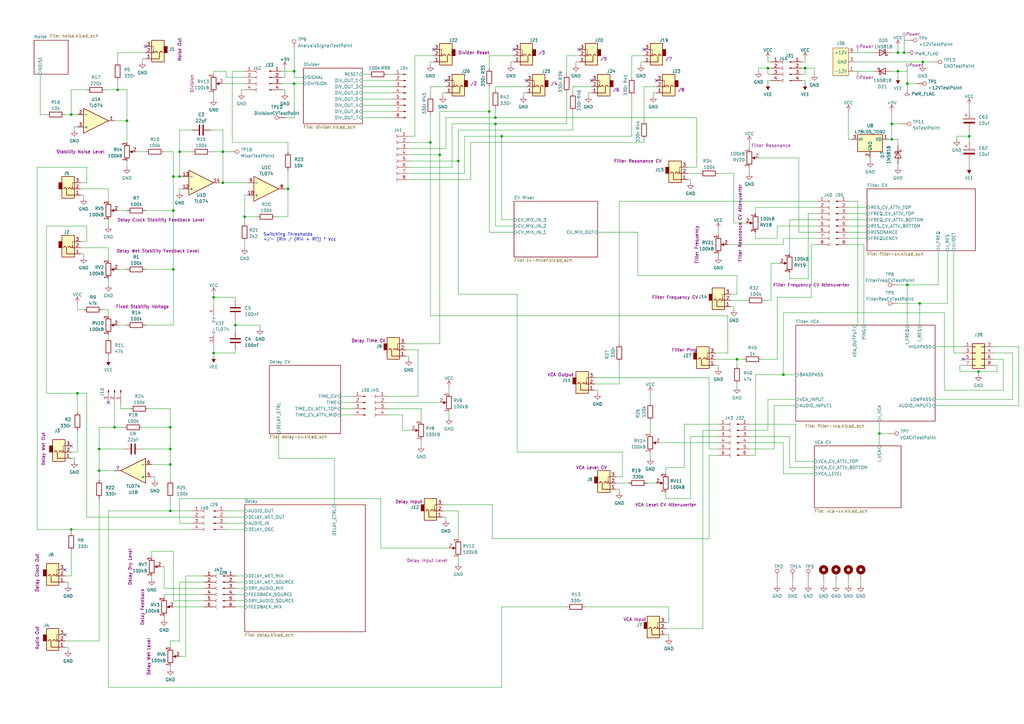
<source format=kicad_sch>
(kicad_sch (version 20231120) (generator "eeschema") (generator_version "8.0")
  (paper "A3")
  (title_block (title "Ouroboros") (date "2023-05-13") (rev "r02") (comment 2 "creativecommons.org/licenses/by/4.0/") (comment 3 "License: CC BY 4.0") (comment 4 "Author: Guy John"))
  (junction (at 69.85 175.26))
  (junction (at 71.12 110.49))
  (junction (at 368.3 29.21))
  (junction (at 120.65 29.21))
  (junction (at 205.74 55.88))
  (junction (at 187.96 66.04))
  (junction (at 31.75 161.29))
  (junction (at 118.11 77.47))
  (junction (at 377.19 124.46))
  (junction (at 48.26 36.83))
  (junction (at 203.2 48.26))
  (junction (at 69.85 190.5))
  (junction (at 29.21 46.99))
  (junction (at 71.12 86.36))
  (junction (at 46.99 175.26))
  (junction (at 91.44 62.23))
  (junction (at 69.85 184.15))
  (junction (at 203.2 50.8))
  (junction (at 378.46 25.4))
  (junction (at 100.33 88.9))
  (junction (at 91.44 74.93))
  (junction (at 71.12 72.39))
  (junction (at 372.11 34.29))
  (junction (at 69.85 209.55))
  (junction (at 200.66 45.72))
  (junction (at 401.32 152.4))
  (junction (at 365.76 57.15))
  (junction (at 314.96 27.94))
  (junction (at 365.76 50.8))
  (junction (at 321.31 153.67))
  (junction (at 397.51 55.88))
  (junction (at 52.07 49.53))
  (junction (at 176.53 58.42))
  (junction (at 120.65 34.29))
  (junction (at 87.63 144.78))
  (junction (at 87.63 121.92))
  (junction (at 180.34 63.5))
  (junction (at 302.26 147.32))
  (junction (at 330.2 27.94))
  (junction (at 96.52 133.35))
  (junction (at 360.68 177.8))
  (junction (at 40.64 184.15))
  (junction (at 40.64 193.04))
  (junction (at 370.84 21.59))
  (junction (at 368.3 21.59))
  (junction (at 73.66 72.39))
  (junction (at 29.21 217.17))
  (junction (at 372.11 116.84))
  (junction (at 73.66 62.23))
  (no_connect (at 182.88 33.02))
  (no_connect (at 269.24 33.02))
  (no_connect (at 394.97 147.32))
  (no_connect (at 177.8 20.32))
  (no_connect (at 26.67 260.35))
  (no_connect (at 26.67 233.68))
  (no_connect (at 237.49 20.32))
  (no_connect (at 29.21 182.88))
  (no_connect (at 44.45 165.1))
  (no_connect (at 264.16 20.32))
  (no_connect (at 210.82 20.32))
  (no_connect (at 59.69 19.05))
  (no_connect (at 215.9 33.02))
  (no_connect (at 242.57 33.02))
  (wire (pts (xy 116.84 31.75) (xy 115.57 31.75)))
  (wire (pts (xy 19.05 92.71) (xy 35.56 92.71)))
  (wire (pts (xy 283.21 204.47) (xy 273.05 204.47)))
  (wire (pts (xy 312.42 147.32) (xy 318.77 147.32)))
  (wire (pts (xy 293.37 147.32) (xy 302.26 147.32)))
  (wire (pts (xy 241.3 38.1) (xy 241.3 39.37)))
  (wire (pts (xy 176.53 25.4) (xy 176.53 26.67)))
  (wire (pts (xy 100.33 88.9) (xy 100.33 91.44)))
  (wire (pts (xy 214.63 38.1) (xy 214.63 39.37)))
  (wire (pts (xy 187.96 53.34) (xy 187.96 66.04)))
  (wire (pts (xy 334.01 189.23) (xy 326.39 189.23)))
  (wire (pts (xy 351.79 82.55) (xy 347.98 82.55)))
  (wire (pts (xy 15.24 68.58) (xy 15.24 217.17)))
  (wire (pts (xy 365.76 50.8) (xy 365.76 57.15)))
  (wire (pts (xy 67.31 243.84) (xy 67.31 245.11)))
  (wire (pts (xy 67.31 243.84) (xy 83.82 243.84)))
  (wire (pts (xy 100.33 99.06) (xy 100.33 101.6)))
  (wire (pts (xy 46.99 175.26) (xy 40.64 175.26)))
  (wire (pts (xy 165.1 176.53) (xy 168.91 176.53)))
  (wire (pts (xy 347.98 100.33) (xy 354.33 100.33)))
  (wire (pts (xy 321.31 153.67) (xy 326.39 153.67)))
  (wire (pts (xy 360.68 177.8) (xy 360.68 182.88)))
  (wire (pts (xy 309.88 97.79) (xy 309.88 95.25)))
  (wire (pts (xy 91.44 34.29) (xy 100.33 34.29)))
  (wire (pts (xy 203.2 50.8) (xy 232.41 50.8)))
  (wire (pts (xy 365.76 45.72) (xy 365.76 50.8)))
  (wire (pts (xy 182.88 38.1) (xy 181.61 38.1)))
  (wire (pts (xy 167.64 146.05) (xy 167.64 147.32)))
  (wire (pts (xy 335.28 85.09) (xy 309.88 85.09)))
  (wire (pts (xy 30.48 52.07) (xy 30.48 53.34)))
  (wire (pts (xy 273.05 191.77) (xy 273.05 194.31)))
  (wire (pts (xy 327.66 64.77) (xy 327.66 95.25)))
  (wire (pts (xy 66.04 232.41) (xy 67.31 232.41)))
  (wire (pts (xy 69.85 262.89) (xy 73.66 262.89)))
  (wire (pts (xy 387.35 128.27) (xy 321.31 128.27)))
  (wire (pts (xy 321.31 181.61) (xy 321.31 194.31)))
  (wire (pts (xy 372.11 29.21) (xy 368.3 29.21)))
  (wire (pts (xy 368.3 124.46) (xy 377.19 124.46)))
  (wire (pts (xy 62.23 236.22) (xy 62.23 237.49)))
  (wire (pts (xy 16.51 46.99) (xy 19.05 46.99)))
  (wire (pts (xy 167.64 55.88) (xy 170.18 55.88)))
  (wire (pts (xy 29.21 217.17) (xy 78.74 217.17)))
  (wire (pts (xy 139.7 165.1) (xy 144.78 165.1)))
  (wire (pts (xy 210.82 90.17) (xy 205.74 90.17)))
  (wire (pts (xy 69.85 204.47) (xy 69.85 209.55)))
  (wire (pts (xy 254 82.55) (xy 335.28 82.55)))
  (wire (pts (xy 313.69 123.19) (xy 316.23 123.19)))
  (wire (pts (xy 328.93 33.02) (xy 330.2 33.02)))
  (wire (pts (xy 262.89 25.4) (xy 262.89 26.67)))
  (wire (pts (xy 325.12 237.49) (xy 325.12 240.03)))
  (wire (pts (xy 273.05 260.35) (xy 274.32 260.35)))
  (wire (pts (xy 298.45 129.54) (xy 176.53 129.54)))
  (wire (pts (xy 19.05 92.71) (xy 19.05 161.29)))
  (wire (pts (xy 67.31 252.73) (xy 67.31 254)))
  (wire (pts (xy 73.66 238.76) (xy 73.66 262.89)))
  (wire (pts (xy 368.3 21.59) (xy 370.84 21.59)))
  (wire (pts (xy 330.2 25.4) (xy 330.2 24.13)))
  (wire (pts (xy 165.1 170.18) (xy 165.1 176.53)))
  (wire (pts (xy 29.21 187.96) (xy 30.48 187.96)))
  (wire (pts (xy 190.5 55.88) (xy 205.74 55.88)))
  (wire (pts (xy 116.84 27.94) (xy 116.84 31.75)))
  (wire (pts (xy 353.06 237.49) (xy 353.06 240.03)))
  (wire (pts (xy 200.66 27.94) (xy 200.66 22.86)))
  (wire (pts (xy 35.56 92.71) (xy 35.56 99.06)))
  (wire (pts (xy 181.61 212.09) (xy 182.88 212.09)))
  (wire (pts (xy 73.66 77.47) (xy 73.66 78.74)))
  (wire (pts (xy 269.24 38.1) (xy 267.97 38.1)))
  (wire (pts (xy 236.22 25.4) (xy 236.22 26.67)))
  (wire (pts (xy 100.33 31.75) (xy 92.71 31.75)))
  (wire (pts (xy 96.52 143.51) (xy 96.52 144.78)))
  (wire (pts (xy 44.45 101.6) (xy 44.45 106.68)))
  (wire (pts (xy 203.2 48.26) (xy 203.2 44.45)))
  (wire (pts (xy 46.99 165.1) (xy 46.99 175.26)))
  (wire (pts (xy 27.94 238.76) (xy 27.94 240.03)))
  (wire (pts (xy 95.25 29.21) (xy 95.25 58.42)))
  (wire (pts (xy 311.15 27.94) (xy 311.15 29.21)))
  (wire (pts (xy 273.05 257.81) (xy 288.29 257.81)))
  (wire (pts (xy 44.45 281.94) (xy 205.74 281.94)))
  (wire (pts (xy 283.21 179.07) (xy 294.64 179.07)))
  (wire (pts (xy 309.88 153.67) (xy 321.31 153.67)))
  (wire (pts (xy 71.12 72.39) (xy 71.12 86.36)))
  (wire (pts (xy 16.51 30.48) (xy 16.51 46.99)))
  (wire (pts (xy 116.84 48.26) (xy 120.65 48.26)))
  (wire (pts (xy 205.74 248.92) (xy 205.74 281.94)))
  (wire (pts (xy 33.02 104.14) (xy 34.29 104.14)))
  (wire (pts (xy 351.79 82.55) (xy 351.79 133.35)))
  (wire (pts (xy 71.12 86.36) (xy 71.12 110.49)))
  (wire (pts (xy 397.51 43.18) (xy 397.51 45.72)))
  (wire (pts (xy 298.45 100.33) (xy 321.31 100.33)))
  (wire (pts (xy 87.63 38.1) (xy 87.63 40.64)))
  (wire (pts (xy 391.16 102.87) (xy 391.16 144.78)))
  (wire (pts (xy 294.64 71.12) (xy 300.99 71.12)))
  (wire (pts (xy 332.74 121.92) (xy 332.74 100.33)))
  (wire (pts (xy 71.12 72.39) (xy 73.66 72.39)))
  (wire (pts (xy 293.37 144.78) (xy 298.45 144.78)))
  (wire (pts (xy 288.29 176.53) (xy 288.29 257.81)))
  (wire (pts (xy 118.11 58.42) (xy 118.11 62.23)))
  (wire (pts (xy 73.66 62.23) (xy 73.66 72.39)))
  (wire (pts (xy 316.23 33.02) (xy 314.96 33.02)))
  (wire (pts (xy 172.72 180.34) (xy 172.72 182.88)))
  (wire (pts (xy 55.88 62.23) (xy 59.69 62.23)))
  (wire (pts (xy 166.37 143.51) (xy 171.45 143.51)))
  (wire (pts (xy 96.52 121.92) (xy 87.63 121.92)))
  (wire (pts (xy 40.64 175.26) (xy 40.64 184.15)))
  (wire (pts (xy 91.44 62.23) (xy 86.36 62.23)))
  (wire (pts (xy 210.82 92.71) (xy 203.2 92.71)))
  (wire (pts (xy 118.11 69.85) (xy 118.11 77.47)))
  (wire (pts (xy 397.51 55.88) (xy 397.51 58.42)))
  (wire (pts (xy 69.85 190.5) (xy 69.85 196.85)))
  (wire (pts (xy 139.7 167.64) (xy 144.78 167.64)))
  (wire (pts (xy 71.12 133.35) (xy 71.12 110.49)))
  (wire (pts (xy 74.93 72.39) (xy 73.66 72.39)))
  (wire (pts (xy 377.19 124.46) (xy 377.19 133.35)))
  (wire (pts (xy 294.64 173.99) (xy 280.67 173.99)))
  (wire (pts (xy 91.44 62.23) (xy 93.98 62.23)))
  (wire (pts (xy 411.48 147.32) (xy 407.67 147.32)))
  (wire (pts (xy 318.77 237.49) (xy 318.77 240.03)))
  (wire (pts (xy 394.97 149.86) (xy 393.7 149.86)))
  (wire (pts (xy 44.45 147.32) (xy 44.45 146.05)))
  (wire (pts (xy 115.57 36.83) (xy 116.84 36.83)))
  (wire (pts (xy 180.34 45.72) (xy 180.34 63.5)))
  (wire (pts (xy 328.93 30.48) (xy 330.2 30.48)))
  (wire (pts (xy 273.05 191.77) (xy 280.67 191.77)))
  (wire (pts (xy 387.35 128.27) (xy 387.35 160.02)))
  (wire (pts (xy 342.9 240.03) (xy 342.9 237.49)))
  (wire (pts (xy 259.08 31.75) (xy 259.08 22.86)))
  (wire (pts (xy 411.48 160.02) (xy 411.48 147.32)))
  (wire (pts (xy 316.23 123.19) (xy 316.23 107.95)))
  (wire (pts (xy 350.52 29.21) (xy 358.14 29.21)))
  (wire (pts (xy 417.83 142.24) (xy 407.67 142.24)))
  (wire (pts (xy 252.73 200.66) (xy 254 200.66)))
  (wire (pts (xy 356.87 64.77) (xy 356.87 66.04)))
  (wire (pts (xy 203.2 36.83) (xy 203.2 35.56)))
  (wire (pts (xy 394.97 144.78) (xy 391.16 144.78)))
  (wire (pts (xy 116.84 36.83) (xy 116.84 38.1)))
  (wire (pts (xy 182.88 212.09) (xy 182.88 213.36)))
  (wire (pts (xy 59.69 24.13) (xy 58.42 24.13)))
  (wire (pts (xy 302.26 147.32) (xy 304.8 147.32)))
  (wire (pts (xy 264.16 25.4) (xy 262.89 25.4)))
  (wire (pts (xy 40.64 193.04) (xy 46.99 193.04)))
  (wire (pts (xy 415.29 163.83) (xy 415.29 144.78)))
  (wire (pts (xy 316.23 27.94) (xy 314.96 27.94)))
  (wire (pts (xy 328.93 27.94) (xy 330.2 27.94)))
  (wire (pts (xy 185.42 68.58) (xy 167.64 68.58)))
  (wire (pts (xy 44.45 90.17) (xy 44.45 92.71)))
  (wire (pts (xy 96.52 123.19) (xy 96.52 121.92)))
  (wire (pts (xy 299.72 125.73) (xy 300.99 125.73)))
  (wire (pts (xy 372.11 29.21) (xy 372.11 34.29)))
  (wire (pts (xy 31.75 124.46) (xy 31.75 127)))
  (wire (pts (xy 182.88 60.96) (xy 182.88 48.26)))
  (wire (pts (xy 281.94 68.58) (xy 285.75 68.58)))
  (wire (pts (xy 393.7 152.4) (xy 401.32 152.4)))
  (wire (pts (xy 59.69 110.49) (xy 71.12 110.49)))
  (wire (pts (xy 171.45 143.51) (xy 171.45 162.56)))
  (wire (pts (xy 74.93 77.47) (xy 73.66 77.47)))
  (wire (pts (xy 71.12 226.06) (xy 71.12 246.38)))
  (wire (pts (xy 91.44 53.34) (xy 91.44 62.23)))
  (wire (pts (xy 187.96 66.04) (xy 187.96 120.65)))
  (wire (pts (xy 76.2 236.22) (xy 83.82 236.22)))
  (wire (pts (xy 368.3 21.59) (xy 368.3 19.05)))
  (wire (pts (xy 232.41 22.86) (xy 237.49 22.86)))
  (wire (pts (xy 267.97 38.1) (xy 267.97 39.37)))
  (wire (pts (xy 73.66 214.63) (xy 73.66 204.47)))
  (wire (pts (xy 254 82.55) (xy 254 140.97)))
  (wire (pts (xy 203.2 35.56) (xy 215.9 35.56)))
  (wire (pts (xy 187.96 209.55) (xy 187.96 220.98)))
  (wire (pts (xy 52.07 66.04) (xy 52.07 68.58)))
  (wire (pts (xy 334.01 27.94) (xy 334.01 30.48)))
  (wire (pts (xy 181.61 38.1) (xy 181.61 39.37)))
  (wire (pts (xy 29.21 226.06) (xy 29.21 236.22)))
  (wire (pts (xy 118.11 88.9) (xy 113.03 88.9)))
  (wire (pts (xy 87.63 29.21) (xy 92.71 29.21)))
  (wire (pts (xy 48.26 25.4) (xy 48.26 21.59)))
  (wire (pts (xy 265.43 198.12) (xy 269.24 198.12)))
  (wire (pts (xy 137.16 187.96) (xy 137.16 207.01)))
  (wire (pts (xy 148.59 30.48) (xy 151.13 30.48)))
  (wire (pts (xy 314.96 33.02) (xy 314.96 34.29)))
  (wire (pts (xy 234.95 38.1) (xy 234.95 35.56)))
  (wire (pts (xy 387.35 160.02) (xy 411.48 160.02)))
  (wire (pts (xy 307.34 68.58) (xy 307.34 71.12)))
  (wire (pts (xy 73.66 269.24) (xy 76.2 269.24)))
  (wire (pts (xy 176.53 39.37) (xy 176.53 35.56)))
  (wire (pts (xy 274.32 248.92) (xy 274.32 255.27)))
  (wire (pts (xy 120.65 20.32) (xy 120.65 29.21)))
  (wire (pts (xy 372.11 16.51) (xy 370.84 16.51)))
  (wire (pts (xy 368.3 29.21) (xy 368.3 31.75)))
  (wire (pts (xy 29.21 185.42) (xy 31.75 185.42)))
  (wire (pts (xy 397.51 53.34) (xy 397.51 55.88)))
  (wire (pts (xy 63.5 195.58) (xy 63.5 196.85)))
  (wire (pts (xy 274.32 255.27) (xy 273.05 255.27)))
  (wire (pts (xy 148.59 48.26) (xy 161.29 48.26)))
  (wire (pts (xy 232.41 50.8) (xy 232.41 38.1)))
  (wire (pts (xy 318.77 147.32) (xy 318.77 121.92)))
  (wire (pts (xy 388.62 102.87) (xy 388.62 124.46)))
  (wire (pts (xy 167.64 58.42) (xy 176.53 58.42)))
  (wire (pts (xy 383.54 166.37) (xy 417.83 166.37)))
  (wire (pts (xy 266.7 185.42) (xy 266.7 187.96)))
  (wire (pts (xy 71.12 72.39) (xy 71.12 62.23)))
  (wire (pts (xy 261.62 95.25) (xy 245.11 95.25)))
  (wire (pts (xy 318.77 121.92) (xy 332.74 121.92)))
  (wire (pts (xy 120.65 34.29) (xy 124.46 34.29)))
  (wire (pts (xy 158.75 167.64) (xy 172.72 167.64)))
  (wire (pts (xy 283.21 73.66) (xy 283.21 74.93)))
  (wire (pts (xy 92.71 31.75) (xy 92.71 29.21)))
  (wire (pts (xy 347.98 85.09) (xy 355.6 85.09)))
  (wire (pts (xy 290.83 184.15) (xy 290.83 154.94)))
  (wire (pts (xy 100.33 80.01) (xy 100.33 88.9)))
  (wire (pts (xy 96.52 130.81) (xy 96.52 133.35)))
  (wire (pts (xy 307.34 186.69) (xy 309.88 186.69)))
  (wire (pts (xy 401.32 152.4) (xy 408.94 152.4)))
  (wire (pts (xy 234.95 35.56) (xy 242.57 35.56)))
  (wire (pts (xy 317.5 166.37) (xy 326.39 166.37)))
  (wire (pts (xy 331.47 87.63) (xy 331.47 114.3)))
  (wire (pts (xy 34.29 80.01) (xy 34.29 81.28)))
  (wire (pts (xy 360.68 172.72) (xy 360.68 177.8)))
  (wire (pts (xy 35.56 74.93) (xy 33.02 74.93)))
  (wire (pts (xy 243.84 154.94) (xy 290.83 154.94)))
  (wire (pts (xy 370.84 16.51) (xy 370.84 21.59)))
  (wire (pts (xy 321.31 97.79) (xy 335.28 97.79)))
  (wire (pts (xy 294.64 93.98) (xy 294.64 96.52)))
  (wire (pts (xy 309.88 85.09) (xy 309.88 87.63)))
  (wire (pts (xy 201.93 220.98) (xy 201.93 207.01)))
  (wire (pts (xy 87.63 121.92) (xy 87.63 125.73)))
  (wire (pts (xy 148.59 33.02) (xy 161.29 33.02)))
  (wire (pts (xy 59.69 86.36) (xy 71.12 86.36)))
  (wire (pts (xy 294.64 176.53) (xy 288.29 176.53)))
  (wire (pts (xy 309.88 153.67) (xy 309.88 186.69)))
  (wire (pts (xy 351.79 133.35) (xy 350.52 133.35)))
  (wire (pts (xy 26.67 236.22) (xy 29.21 236.22)))
  (wire (pts (xy 307.34 176.53) (xy 314.96 176.53)))
  (wire (pts (xy 40.64 204.47) (xy 40.64 262.89)))
  (wire (pts (xy 148.59 45.72) (xy 161.29 45.72)))
  (wire (pts (xy 203.2 48.26) (xy 285.75 48.26)))
  (wire (pts (xy 49.53 165.1) (xy 49.53 167.64)))
  (wire (pts (xy 347.98 90.17) (xy 355.6 90.17)))
  (wire (pts (xy 44.45 114.3) (xy 44.45 116.84)))
  (wire (pts (xy 26.67 262.89) (xy 40.64 262.89)))
  (wire (pts (xy 307.34 181.61) (xy 321.31 181.61)))
  (wire (pts (xy 31.75 161.29) (xy 35.56 161.29)))
  (wire (pts (xy 347.98 57.15) (xy 349.25 57.15)))
  (wire (pts (xy 270.51 181.61) (xy 294.64 181.61)))
  (wire (pts (xy 26.67 238.76) (xy 27.94 238.76)))
  (wire (pts (xy 78.74 53.34) (xy 73.66 53.34)))
  (wire (pts (xy 350.52 25.4) (xy 378.46 25.4)))
  (wire (pts (xy 96.52 238.76) (xy 100.33 238.76)))
  (wire (pts (xy 96.52 241.3) (xy 100.33 241.3)))
  (wire (pts (xy 212.09 120.65) (xy 187.96 120.65)))
  (wire (pts (xy 114.3 187.96) (xy 137.16 187.96)))
  (wire (pts (xy 58.42 24.13) (xy 58.42 25.4)))
  (wire (pts (xy 87.63 120.65) (xy 87.63 121.92)))
  (wire (pts (xy 185.42 50.8) (xy 203.2 50.8)))
  (wire (pts (xy 259.08 55.88) (xy 259.08 39.37)))
  (wire (pts (xy 252.73 195.58) (xy 255.27 195.58)))
  (wire (pts (xy 384.81 116.84) (xy 384.81 102.87)))
  (wire (pts (xy 48.26 86.36) (xy 52.07 86.36)))
  (wire (pts (xy 193.04 73.66) (xy 193.04 58.42)))
  (wire (pts (xy 185.42 50.8) (xy 185.42 68.58)))
  (wire (pts (xy 176.53 58.42) (xy 176.53 46.99)))
  (wire (pts (xy 96.52 133.35) (xy 96.52 135.89)))
  (wire (pts (xy 383.54 142.24) (xy 394.97 142.24)))
  (wire (pts (xy 316.23 30.48) (xy 314.96 30.48)))
  (wire (pts (xy 205.74 55.88) (xy 259.08 55.88)))
  (wire (pts (xy 76.2 236.22) (xy 76.2 269.24)))
  (wire (pts (xy 408.94 152.4) (xy 408.94 149.86)))
  (wire (pts (xy 331.47 237.49) (xy 331.47 240.03)))
  (wire (pts (xy 321.31 128.27) (xy 321.31 153.67)))
  (wire (pts (xy 314.96 27.94) (xy 311.15 27.94)))
  (wire (pts (xy 19.05 161.29) (xy 31.75 161.29)))
  (wire (pts (xy 212.09 185.42) (xy 212.09 120.65)))
  (wire (pts (xy 323.85 90.17) (xy 335.28 90.17)))
  (wire (pts (xy 302.26 147.32) (xy 302.26 149.86)))
  (wire (pts (xy 184.15 158.75) (xy 184.15 161.29)))
  (wire (pts (xy 69.85 175.26) (xy 58.42 175.26)))
  (wire (pts (xy 318.77 97.79) (xy 309.88 97.79)))
  (wire (pts (xy 40.64 196.85) (xy 40.64 193.04)))
  (wire (pts (xy 48.26 110.49) (xy 52.07 110.49)))
  (wire (pts (xy 261.62 113.03) (xy 261.62 95.25)))
  (wire (pts (xy 307.34 179.07) (xy 323.85 179.07)))
  (wire (pts (xy 139.7 162.56) (xy 144.78 162.56)))
  (wire (pts (xy 205.74 55.88) (xy 205.74 90.17)))
  (wire (pts (xy 87.63 140.97) (xy 87.63 144.78)))
  (wire (pts (xy 331.47 87.63) (xy 335.28 87.63)))
  (wire (pts (xy 35.56 161.29) (xy 35.56 212.09)))
  (wire (pts (xy 307.34 184.15) (xy 317.5 184.15)))
  (wire (pts (xy 95.25 29.21) (xy 100.33 29.21)))
  (wire (pts (xy 200.66 45.72) (xy 200.66 95.25)))
  (wire (pts (xy 29.21 218.44) (xy 29.21 217.17)))
  (wire (pts (xy 158.75 30.48) (xy 161.29 30.48)))
  (wire (pts (xy 166.37 140.97) (xy 180.34 140.97)))
  (wire (pts (xy 255.27 195.58) (xy 255.27 185.42)))
  (wire (pts (xy 210.82 95.25) (xy 200.66 95.25)))
  (wire (pts (xy 299.72 120.65) (xy 302.26 120.65)))
  (wire (pts (xy 44.45 209.55) (xy 69.85 209.55)))
  (wire (pts (xy 34.29 104.14) (xy 34.29 105.41)))
  (wire (pts (xy 283.21 179.07) (xy 283.21 204.47)))
  (wire (pts (xy 120.65 48.26) (xy 120.65 34.29)))
  (wire (pts (xy 49.53 167.64) (xy 53.34 167.64)))
  (wire (pts (xy 415.29 144.78) (xy 407.67 144.78)))
  (wire (pts (xy 33.02 77.47) (xy 44.45 77.47)))
  (wire (pts (xy 203.2 50.8) (xy 203.2 92.71)))
  (wire (pts (xy 166.37 146.05) (xy 167.64 146.05)))
  (wire (pts (xy 96.52 236.22) (xy 100.33 236.22)))
  (wire (pts (xy 40.64 184.15) (xy 50.8 184.15)))
  (wire (pts (xy 388.62 124.46) (xy 377.19 124.46)))
  (wire (pts (xy 73.66 238.76) (xy 83.82 238.76)))
  (wire (pts (xy 62.23 190.5) (xy 69.85 190.5)))
  (wire (pts (xy 148.59 43.18) (xy 161.29 43.18)))
  (wire (pts (xy 46.99 49.53) (xy 52.07 49.53)))
  (wire (pts (xy 232.41 30.48) (xy 232.41 22.86)))
  (wire (pts (xy 177.8 25.4) (xy 176.53 25.4)))
  (wire (pts (xy 243.84 160.02) (xy 245.11 160.02)))
  (wire (pts (xy 372.11 133.35) (xy 372.11 116.84)))
  (wire (pts (xy 73.66 62.23) (xy 78.74 62.23)))
  (wire (pts (xy 172.72 167.64) (xy 172.72 172.72)))
  (wire (pts (xy 62.23 226.06) (xy 71.12 226.06)))
  (wire (pts (xy 101.6 80.01) (xy 100.33 80.01)))
  (wire (pts (xy 323.85 114.3) (xy 331.47 114.3)))
  (wire (pts (xy 330.2 30.48) (xy 330.2 27.94)))
  (wire (pts (xy 31.75 127) (xy 34.29 127)))
  (wire (pts (xy 92.71 217.17) (xy 100.33 217.17)))
  (wire (pts (xy 200.66 22.86) (xy 210.82 22.86)))
  (wire (pts (xy 116.84 77.47) (xy 118.11 77.47)))
  (wire (pts (xy 105.41 88.9) (xy 100.33 88.9)))
  (wire (pts (xy 368.3 68.58) (xy 368.3 67.31)))
  (wire (pts (xy 96.52 248.92) (xy 100.33 248.92)))
  (wire (pts (xy 41.91 127) (xy 44.45 127)))
  (wire (pts (xy 360.68 177.8) (xy 364.49 177.8)))
  (wire (pts (xy 234.95 53.34) (xy 234.95 45.72)))
  (wire (pts (xy 323.85 111.76) (xy 323.85 114.3)))
  (wire (pts (xy 158.75 165.1) (xy 180.34 165.1)))
  (wire (pts (xy 261.62 113.03) (xy 302.26 113.03)))
  (wire (pts (xy 180.34 63.5) (xy 180.34 140.97)))
  (wire (pts (xy 44.45 77.47) (xy 44.45 82.55)))
  (wire (pts (xy 318.77 92.71) (xy 318.77 97.79)))
  (wire (pts (xy 290.83 186.69) (xy 294.64 186.69)))
  (wire (pts (xy 33.02 101.6) (xy 44.45 101.6)))
  (wire (pts (xy 71.12 248.92) (xy 83.82 248.92)))
  (wire (pts (xy 365.76 29.21) (xy 368.3 29.21)))
  (wire (pts (xy 205.74 248.92) (xy 232.41 248.92)))
  (wire (pts (xy 90.17 74.93) (xy 91.44 74.93)))
  (wire (pts (xy 259.08 22.86) (xy 264.16 22.86)))
  (wire (pts (xy 365.76 57.15) (xy 368.3 57.15)))
  (wire (pts (xy 69.85 175.26) (xy 69.85 184.15)))
  (wire (pts (xy 115.57 29.21) (xy 120.65 29.21)))
  (wire (pts (xy 302.26 120.65) (xy 302.26 113.03)))
  (wire (pts (xy 187.96 53.34) (xy 234.95 53.34)))
  (wire (pts (xy 285.75 48.26) (xy 285.75 68.58)))
  (wire (pts (xy 408.94 149.86) (xy 407.67 149.86)))
  (wire (pts (xy 106.68 133.35) (xy 96.52 133.35)))
  (wire (pts (xy 182.88 48.26) (xy 203.2 48.26)))
  (wire (pts (xy 314.96 25.4) (xy 314.96 24.13)))
  (wire (pts (xy 176.53 35.56) (xy 182.88 35.56)))
  (wire (pts (xy 273.05 204.47) (xy 273.05 201.93)))
  (wire (pts (xy 52.07 49.53) (xy 52.07 36.83)))
  (wire (pts (xy 69.85 184.15) (xy 69.85 190.5)))
  (wire (pts (xy 139.7 170.18) (xy 144.78 170.18)))
  (wire (pts (xy 372.11 116.84) (xy 384.81 116.84)))
  (wire (pts (xy 321.31 97.79) (xy 321.31 100.33)))
  (wire (pts (xy 120.65 29.21) (xy 120.65 31.75)))
  (wire (pts (xy 73.66 53.34) (xy 73.66 62.23)))
  (wire (pts (xy 31.75 52.07) (xy 30.48 52.07)))
  (wire (pts (xy 347.98 237.49) (xy 347.98 240.03)))
  (wire (pts (xy 337.82 240.03) (xy 337.82 237.49)))
  (wire (pts (xy 156.21 224.79) (xy 156.21 204.47)))
  (wire (pts (xy 299.72 123.19) (xy 306.07 123.19)))
  (wire (pts (xy 48.26 21.59) (xy 59.69 21.59)))
  (wire (pts (xy 290.83 220.98) (xy 201.93 220.98)))
  (wire (pts (xy 35.56 212.09) (xy 78.74 212.09)))
  (wire (pts (xy 392.43 55.88) (xy 397.51 55.88)))
  (wire (pts (xy 67.31 62.23) (xy 71.12 62.23)))
  (wire (pts (xy 210.82 25.4) (xy 209.55 25.4)))
  (wire (pts (xy 62.23 226.06) (xy 62.23 228.6)))
  (wire (pts (xy 293.37 149.86) (xy 294.64 149.86)))
  (wire (pts (xy 35.56 68.58) (xy 35.56 74.93)))
  (wire (pts (xy 368.3 116.84) (xy 372.11 116.84)))
  (wire (pts (xy 184.15 224.79) (xy 156.21 224.79)))
  (wire (pts (xy 96.52 243.84) (xy 100.33 243.84)))
  (wire (pts (xy 87.63 144.78) (xy 87.63 146.05)))
  (wire (pts (xy 106.68 134.62) (xy 106.68 133.35)))
  (wire (pts (xy 193.04 58.42) (xy 264.16 58.42)))
  (wire (pts (xy 254 200.66) (xy 254 201.93)))
  (wire (pts (xy 78.74 214.63) (xy 73.66 214.63)))
  (wire (pts (xy 242.57 38.1) (xy 241.3 38.1)))
  (wire (pts (xy 48.26 33.02) (xy 48.26 36.83)))
  (wire (pts (xy 274.32 260.35) (xy 274.32 261.62)))
  (wire (pts (xy 15.24 68.58) (xy 35.56 68.58)))
  (wire (pts (xy 148.59 38.1) (xy 161.29 38.1)))
  (wire (pts (xy 330.2 27.94) (xy 334.01 27.94)))
  (wire (pts (xy 245.11 160.02) (xy 245.11 161.29)))
  (wire (pts (xy 318.77 92.71) (xy 335.28 92.71)))
  (wire (pts (xy 29.21 46.99) (xy 31.75 46.99)))
  (wire (pts (xy 96.52 144.78) (xy 87.63 144.78)))
  (wire (pts (xy 300.99 71.12) (xy 300.99 91.44)))
  (wire (pts (xy 29.21 36.83) (xy 29.21 46.99)))
  (wire (pts (xy 397.51 66.04) (xy 397.51 68.58)))
  (wire (pts (xy 59.69 133.35) (xy 71.12 133.35)))
  (wire (pts (xy 323.85 179.07) (xy 323.85 191.77)))
  (wire (pts (xy 264.16 49.53) (xy 264.16 35.56)))
  (wire (pts (xy 100.33 36.83) (xy 99.06 36.83)))
  (wire (pts (xy 30.48 187.96) (xy 30.48 189.23)))
  (wire (pts (xy 200.66 45.72) (xy 200.66 35.56)))
  (wire (pts (xy 95.25 58.42) (xy 118.11 58.42)))
  (wire (pts (xy 347.98 87.63) (xy 355.6 87.63)))
  (wire (pts (xy 115.57 34.29) (xy 120.65 34.29)))
  (wire (pts (xy 294.64 149.86) (xy 294.64 151.13)))
  (wire (pts (xy 326.39 173.99) (xy 326.39 189.23)))
  (wire (pts (xy 167.64 63.5) (xy 180.34 63.5)))
  (wire (pts (xy 330.2 33.02) (xy 330.2 34.29)))
  (wire (pts (xy 91.44 74.93) (xy 101.6 74.93)))
  (wire (pts (xy 167.64 73.66) (xy 193.04 73.66)))
  (wire (pts (xy 15.24 217.17) (xy 29.21 217.17)))
  (wire (pts (xy 26.67 46.99) (xy 29.21 46.99)))
  (wire (pts (xy 401.32 153.67) (xy 401.32 152.4)))
  (wire (pts (xy 307.34 173.99) (xy 326.39 173.99)))
  (wire (pts (xy 148.59 35.56) (xy 161.29 35.56)))
  (wire (pts (xy 96.52 246.38) (xy 100.33 246.38)))
  (wire (pts (xy 314.96 163.83) (xy 326.39 163.83)))
  (wire (pts (xy 31.75 161.29) (xy 31.75 168.91)))
  (wire (pts (xy 294.64 104.14) (xy 294.64 105.41)))
  (wire (pts (xy 316.23 107.95) (xy 320.04 107.95)))
  (wire (pts (xy 92.71 214.63) (xy 100.33 214.63)))
  (wire (pts (xy 347.98 45.72) (xy 347.98 57.15)))
  (wire (pts (xy 158.75 162.56) (xy 171.45 162.56)))
  (wire (pts (xy 114.3 177.8) (xy 114.3 187.96)))
  (wire (pts (xy 52.07 36.83) (xy 48.26 36.83)))
  (wire (pts (xy 300.99 91.44) (xy 306.07 91.44)))
  (wire (pts (xy 255.27 185.42) (xy 212.09 185.42)))
  (wire (pts (xy 294.64 184.15) (xy 290.83 184.15)))
  (wire (pts (xy 184.15 168.91) (xy 184.15 171.45)))
  (wire (pts (xy 281.94 71.12) (xy 287.02 71.12)))
  (wire (pts (xy 118.11 88.9) (xy 118.11 77.47)))
  (wire (pts (xy 87.63 29.21) (xy 87.63 30.48)))
  (wire (pts (xy 298.45 144.78) (xy 298.45 129.54)))
  (wire (pts (xy 27.94 265.43) (xy 27.94 266.7)))
  (wire (pts (xy 347.98 95.25) (xy 355.6 95.25)))
  (wire (pts (xy 334.01 191.77) (xy 323.85 191.77)))
  (wire (pts (xy 67.31 241.3) (xy 83.82 241.3)))
  (wire (pts (xy 215.9 38.1) (xy 214.63 38.1)))
  (wire (pts (xy 148.59 40.64) (xy 161.29 40.64)))
  (wire (pts (xy 44.45 209.55) (xy 44.45 281.94)))
  (wire (pts (xy 314.96 30.48) (xy 314.96 27.94)))
  (wire (pts (xy 347.98 97.79) (xy 355.6 97.79)))
  (wire (pts (xy 328.93 25.4) (xy 330.2 25.4)))
  (wire (pts (xy 170.18 22.86) (xy 177.8 22.86)))
  (wire (pts (xy 52.07 58.42) (xy 52.07 49.53)))
  (wire (pts (xy 314.96 163.83) (xy 314.96 176.53)))
  (wire (pts (xy 181.61 207.01) (xy 201.93 207.01)))
  (wire (pts (xy 372.11 34.29) (xy 375.92 34.29)))
  (wire (pts (xy 252.73 198.12) (xy 257.81 198.12)))
  (wire (pts (xy 378.46 25.4) (xy 378.46 26.67)))
  (wire (pts (xy 48.26 133.35) (xy 52.07 133.35)))
  (wire (pts (xy 334.01 194.31) (xy 321.31 194.31)))
  (wire (pts (xy 92.71 209.55) (xy 100.33 209.55)))
  (wire (pts (xy 44.45 138.43) (xy 44.45 137.16)))
  (wire (pts (xy 370.84 21.59) (xy 372.11 21.59)))
  (wire (pts (xy 187.96 228.6) (xy 187.96 231.14)))
  (wire (pts (xy 92.71 212.09) (xy 100.33 212.09)))
  (wire (pts (xy 317.5 166.37) (xy 317.5 184.15)))
  (wire (pts (xy 156.21 204.47) (xy 73.66 204.47)))
  (wire (pts (xy 307.34 58.42) (xy 307.34 60.96)))
  (wire (pts (xy 120.65 31.75) (xy 124.46 31.75)))
  (wire (pts (xy 33.02 80.01) (xy 34.29 80.01)))
  (wire (pts (xy 323.85 90.17) (xy 323.85 104.14)))
  (wire (pts (xy 44.45 127) (xy 44.45 129.54)))
  (wire (pts (xy 266.7 172.72) (xy 266.7 177.8)))
  (wire (pts (xy 40.64 184.15) (xy 40.64 193.04)))
  (wire (pts (xy 181.61 209.55) (xy 187.96 209.55)))
  (wire (pts (xy 280.67 173.99) (xy 280.67 191.77)))
  (wire (pts (xy 31.75 176.53) (xy 31.75 185.42)))
  (wire (pts (xy 281.94 73.66) (xy 283.21 73.66)))
  (wire (pts (xy 35.56 99.06) (xy 33.02 99.06)))
  (wire (pts (xy 209.55 25.4) (xy 209.55 26.67)))
  (wire (pts (xy 264.16 35.56) (xy 269.24 35.56)))
  (wire (pts (xy 190.5 71.12) (xy 190.5 55.88)))
  (wire (pts (xy 67.31 232.41) (xy 67.31 241.3)))
  (wire (pts (xy 365.76 50.8) (xy 369.57 50.8)))
  (wire (pts (xy 50.8 175.26) (xy 46.99 175.26)))
  (wire (pts (xy 383.54 163.83) (xy 415.29 163.83)))
  (wire (pts (xy 302.26 158.75) (xy 302.26 157.48)))
  (wire (pts (xy 354.33 100.33) (xy 354.33 133.35)))
  (wire (pts (xy 69.85 209.55) (xy 78.74 209.55)))
  (wire (pts (xy 417.83 166.37) (xy 417.83 142.24)))
  (wire (pts (xy 62.23 195.58) (xy 63.5 195.58)))
  (wire (pts (xy 69.85 262.89) (xy 69.85 265.43)))
  (wire (pts (xy 290.83 186.69) (xy 290.83 220.98)))
  (wire (pts (xy 243.84 157.48) (xy 254 157.48)))
  (wire (pts (xy 365.76 21.59) (xy 368.3 21.59)))
  (wire (pts (xy 60.96 167.64) (xy 69.85 167.64)))
  (wire (pts (xy 364.49 57.15) (xy 365.76 57.15)))
  (wire (pts (xy 311.15 64.77) (xy 327.66 64.77)))
  (wire (pts (xy 372.11 34.29) (xy 372.11 36.83)))
  (wire (pts (xy 99.06 36.83) (xy 99.06 38.1)))
  (wire (pts (xy 368.3 59.69) (xy 368.3 57.15)))
  (wire (pts (xy 176.53 129.54) (xy 176.53 58.42)))
  (wire (pts (xy 170.18 22.86) (xy 170.18 55.88)))
  (wire (pts (xy 316.23 25.4) (xy 314.96 25.4)))
  (wire (pts (xy 237.49 25.4) (xy 236.22 25.4)))
  (wire (pts (xy 266.7 161.29) (xy 266.7 165.1)))
  (wire (pts (xy 378.46 25.4) (xy 382.27 25.4)))
  (wire (pts (xy 158.75 170.18) (xy 165.1 170.18)))
  (wire (pts (xy 26.67 265.43) (xy 27.94 265.43)))
  (wire (pts (xy 332.74 100.33) (xy 335.28 100.33)))
  (wire (pts (xy 167.64 71.12) (xy 190.5 71.12)))
  (wire (pts (xy 254 148.59) (xy 254 157.48)))
  (wire (pts (xy 43.18 36.83) (xy 48.26 36.83)))
  (wire (pts (xy 91.44 62.23) (xy 91.44 74.93)))
  (wire (pts (xy 69.85 167.64) (xy 69.85 175.26)))
  (wire (pts (xy 264.16 58.42) (xy 264.16 57.15)))
  (wire (pts (xy 350.52 21.59) (xy 358.14 21.59)))
  (wire (pts (xy 58.42 184.15) (xy 69.85 184.15)))
  (wire (pts (xy 393.7 149.86) (xy 393.7 152.4)))
  (wire (pts (xy 167.64 66.04) (xy 187.96 66.04)))
  (wire (pts (xy 327.66 95.25) (xy 335.28 95.25)))
  (wire (pts (xy 167.64 60.96) (xy 182.88 60.96)))
  (wire (pts (xy 69.85 274.32) (xy 69.85 273.05)))
  (wire (pts (xy 71.12 246.38) (xy 83.82 246.38)))
  (wire (pts (xy 300.99 125.73) (xy 300.99 127)))
  (wire (pts (xy 240.03 248.92) (xy 274.32 248.92)))
  (wire (pts (xy 347.98 92.71) (xy 355.6 92.71)))
  (wire (pts (xy 180.34 45.72) (xy 200.66 45.72)))
  (wire (pts (xy 35.56 36.83) (xy 29.21 36.83)))
  (wire (pts (xy 392.43 57.15) (xy 392.43 55.88)))
  (wire (pts (xy 86.36 53.34) (xy 91.44 53.34)))
  (text "Switching Thresholds\n+/- (Rin / (Rin + Rf)) * Vcc" (at 107.95 99.06 0) (effects (font (size 1.27 1.27)) (justify left bottom)))
  (netclass_flag "" (length 2.54) (shape round) (at 372.11 29.21 0) (property "Netclass" "Power" (at 372.7196 26.67 0) (effects (font (italic yes)) (justify left))))
  (netclass_flag "" (length 2.54) (shape round) (at 351.79 29.21 180) (property "Netclass" "Power" (at 352.3996 31.75 0) (effects (font (italic yes)) (justify left))))
  (netclass_flag "" (length 2.54) (shape round) (at 370.84 16.51 0) (property "Netclass" "Power" (at 371.4496 13.97 0) (effects (font (italic yes)) (justify left))))
  (netclass_flag "" (length 2.54) (shape round) (at 351.79 21.59 0) (property "Netclass" "Power" (at 352.3996 19.05 0) (effects (font (italic yes)) (justify left))))
  (symbol (lib_id "Rumblesan Standard Parts:R_Potentiometer") (at 187.96 224.79 180) (unit 1)
    (property "Reference" "RV12" (at 189.738 223.9553 0) (effects (justify right)))
    (property "Value" "100kB" (at 189.738 226.4922 0) (effects (justify right)))
    (property "Footprint" "Rumblesan_Standard_Parts:Potentiometer_Alpha_RD901F-40-00D_Single_Vertical" (effects (hide yes)))
    (property "Datasheet" "http://www.taiwanalpha.com/downloads?target=products&id=113" (effects (hide yes)))
    (property "Name" "Delay Input Level" (at 175.26 229.87 0))
  )
  (symbol (lib_id "Rumblesan Standard Parts:R") (at 44.45 142.24 180) (unit 1)
    (property "Reference" "R11" (at 46.99 141.605 0) (effects (justify right)))
    (property "Value" "47k" (at 46.99 144.145 0) (effects (justify right)))
    (property "Footprint" "Rumblesan_Standard_Parts:R_Axial_DIN0207_L6.3mm_D2.5mm_P10.16mm_Horizontal" (effects (hide yes)))
    (property "Tolerance" "1%" (effects (hide yes)))
    (property "Power" "0.5W" (effects (hide yes)))
    (property "Spec" "metal film" (effects (hide yes)))
  )
  (symbol (lib_id "Rumblesan Standard Parts:R_Potentiometer") (at 52.07 62.23 0) (mirror x) (unit 1)
    (property "Reference" "RV4" (at 50.2921 61.3953 0) (effects (justify right)))
    (property "Value" "100kB" (at 50.2921 63.9322 0) (effects (justify right)))
    (property "Footprint" "Rumblesan_Standard_Parts:Potentiometer_Alpha_RD901F-40-00D_Single_Vertical" (effects (hide yes)))
    (property "Datasheet" "http://www.taiwanalpha.com/downloads?target=products&id=113" (effects (hide yes)))
    (property "Name" "Stability Noise Level" (at 33.02 62.23 0))
  )
  (symbol (lib_id "power:VEE") (at 368.3 31.75 180) (unit 1)
    (property "Reference" "#PWR060" (effects (hide yes)))
    (property "Value" "VEE" (at 368.3 36.1934 0))
  )
  (symbol (lib_id "power:GND") (at 302.26 158.75 0) (unit 1)
    (property "Reference" "#PWR0210" (effects (hide yes)))
    (property "Value" "GND" (at 302.26 163.1934 0))
  )
  (symbol (lib_id "Connector:TestPoint") (at 372.11 16.51 270) (unit 1) (in_bom no)
    (property "Reference" "TP4" (at 376.809 15.6753 90) (effects (justify left)))
    (property "Value" "+12VTestPoint" (at 376.809 18.2122 90) (effects (justify left)))
    (property "Footprint" "Rumblesan_Standard_Parts:TestPoint_Loop_D2.50mm_Drill1.0mm_LowProfile" (effects (hide yes)))
  )
  (symbol (lib_id "Connector:TestPoint") (at 120.65 20.32 0) (unit 1) (in_bom no)
    (property "Reference" "TP9" (at 122.047 16.1833 0) (effects (justify left)))
    (property "Value" "AnalysisSignalTestPoint" (at 122.047 18.7202 0) (effects (justify left)))
    (property "Footprint" "Rumblesan_Standard_Parts:TestPoint_Loop_D2.50mm_Drill1.0mm_LowProfile" (effects (hide yes)))
  )
  (symbol (lib_id "power:GND") (at 63.5 196.85 0) (mirror y) (unit 1)
    (property "Reference" "#PWR0118" (effects (hide yes)))
    (property "Value" "GND" (at 63.5 201.2934 0))
  )
  (symbol (lib_id "Connector:TestPoint") (at 325.12 237.49 0) (unit 1) (in_bom no)
    (property "Reference" "TP14" (at 323.85 232.41 0) (effects (justify left)))
    (property "Value" "GNDTestPoint" (effects (hide yes)))
    (property "Footprint" "Rumblesan_Standard_Parts:TestPoint_Loop_D2.50mm_Drill1.0mm_LowProfile" (effects (hide yes)))
  )
  (symbol (lib_id "Mechanical:MountingHole_Pad") (at 342.9 234.95 0) (unit 1) (in_bom no)
    (property "Reference" "H2" (effects (hide yes)))
    (property "Value" "MountingHole_Pad" (effects (hide yes)))
    (property "Footprint" "Rumblesan_Standard_Parts:MountingHole_3.2mm_M3_DIN965_Pad" (effects (hide yes)))
  )
  (symbol (lib_id "Connector:Conn_01x04_Pin") (at 323.85 27.94 0) (unit 1)
    (property "Reference" "J31" (at 323.85 22.86 0))
    (property "Value" "Conn_01x04_Male" (effects (hide yes)))
    (property "Footprint" "Connector_PinHeader_2.54mm:PinHeader_1x04_P2.54mm_Vertical" (effects (hide yes)))
  )
  (symbol (lib_id "Connector:Conn_01x08_Pin") (at 342.9 90.17 0) (unit 1)
    (property "Reference" "J35" (at 344.17 80.01 0))
    (property "Value" "Conn_01x08_Male" (effects (hide yes)))
    (property "Footprint" "Connector_PinHeader_2.54mm:PinHeader_1x08_P2.54mm_Vertical" (effects (hide yes)))
  )
  (symbol (lib_id "power:GND") (at 245.11 161.29 0) (mirror y) (unit 1)
    (property "Reference" "#PWR045" (effects (hide yes)))
    (property "Value" "GND" (at 245.11 165.7334 0))
  )
  (symbol (lib_id "power:GND") (at 58.42 25.4 0) (unit 1)
    (property "Reference" "#PWR04" (effects (hide yes)))
    (property "Value" "GND" (at 58.42 29.8434 0))
  )
  (symbol (lib_id "Audio_Connectors:Eurorack_Mono_Jack") (at 269.24 21.59 0) (unit 1)
    (property "Reference" "J19" (at 270.51 16.51 0) (effects (justify left)))
    (property "Value" "Eurorack Mono Jack" (effects (hide yes)))
    (property "Footprint" "Rumblesan_Standard_Parts:Jack_3.5mm_QingPu_WQP-PJ398SM_Vertical" (effects (hide yes)))
    (property "Datasheet" "http://www.qingpu-electronics.com/en/products/WQP-PJ398SM-362.html" (effects (hide yes)))
    (property "mpn" "WQP-WQP518MA" (effects (hide yes)))
    (property "Name" "/7" (at 274.32 24.13 0))
  )
  (symbol (lib_id "power:VCC") (at 266.7 161.29 0) (unit 1)
    (property "Reference" "#PWR041" (effects (hide yes)))
    (property "Value" "VCC" (at 266.7 157.7142 0))
  )
  (symbol (lib_id "power:GND") (at 266.7 187.96 0) (unit 1)
    (property "Reference" "#PWR042" (effects (hide yes)))
    (property "Value" "GND" (at 266.7 192.4034 0))
  )
  (symbol (lib_id "Audio_Connectors:Eurorack_Mono_Jack") (at 182.88 21.59 0) (unit 1)
    (property "Reference" "J22" (at 184.15 16.51 0) (effects (justify left)))
    (property "Value" "Eurorack Mono Jack" (effects (hide yes)))
    (property "Footprint" "Rumblesan_Standard_Parts:Jack_3.5mm_QingPu_WQP-PJ398SM_Vertical" (effects (hide yes)))
    (property "Datasheet" "http://www.qingpu-electronics.com/en/products/WQP-PJ398SM-362.html" (effects (hide yes)))
    (property "mpn" "WQP-WQP518MA" (effects (hide yes)))
    (property "Name" "Divider Reset" (at 194.31 21.59 0))
  )
  (symbol (lib_id "power:GND") (at 106.68 134.62 0) (unit 1)
    (property "Reference" "#PWR055" (effects (hide yes)))
    (property "Value" "GND" (at 106.68 139.0634 0))
  )
  (symbol (lib_id "Rumblesan Standard Parts:R") (at 48.26 29.21 180) (unit 1)
    (property "Reference" "R5" (at 50.8 28.575 0) (effects (justify right)))
    (property "Value" "330r" (at 50.8 31.115 0) (effects (justify right)))
    (property "Footprint" "Rumblesan_Standard_Parts:R_Axial_DIN0207_L6.3mm_D2.5mm_P2.54mm_Vertical" (effects (hide yes)))
    (property "Tolerance" "1%" (effects (hide yes)))
    (property "Power" "0.5W" (effects (hide yes)))
    (property "Spec" "metal film" (effects (hide yes)))
  )
  (symbol (lib_id "Rumblesan Standard Parts:R") (at 266.7 168.91 0) (unit 1)
    (property "Reference" "R26" (at 261.62 167.64 90) (effects (justify right)))
    (property "Value" "120k" (at 264.16 166.37 90) (effects (justify right)))
    (property "Footprint" "Rumblesan_Standard_Parts:R_Axial_DIN0207_L6.3mm_D2.5mm_P10.16mm_Horizontal" (effects (hide yes)))
    (property "Tolerance" "1%" (effects (hide yes)))
    (property "Power" "0.5W" (effects (hide yes)))
    (property "Spec" "metal film" (effects (hide yes)))
  )
  (symbol (lib_id "Connector:TestPoint") (at 369.57 50.8 270) (unit 1) (in_bom no)
    (property "Reference" "TP11" (at 374.269 49.9653 90) (effects (justify left)))
    (property "Value" "5VTestPoint" (at 374.269 52.5022 90) (effects (justify left)))
    (property "Footprint" "Rumblesan_Standard_Parts:TestPoint_Loop_D2.50mm_Drill1.0mm_LowProfile" (effects (hide yes)))
  )
  (symbol (lib_id "Rumblesan Standard Parts:R_Potentiometer") (at 44.45 110.49 0) (mirror x) (unit 1)
    (property "Reference" "RV2" (at 42.6721 109.6553 0) (effects (justify right)))
    (property "Value" "100kB" (at 42.6721 112.1922 0) (effects (justify right)))
    (property "Footprint" "Rumblesan_Standard_Parts:Potentiometer_Alpha_RD901F-40-00D_Single_Vertical" (effects (hide yes)))
    (property "Datasheet" "http://www.taiwanalpha.com/downloads?target=products&id=113" (effects (hide yes)))
    (property "Name" "Delay Wet Stability Feedback Level" (at 64.77 102.87 0))
  )
  (symbol (lib_id "power:GND") (at 325.12 240.03 0) (unit 1)
    (property "Reference" "#PWR0123" (effects (hide yes)))
    (property "Value" "GND" (at 325.12 244.4734 0))
  )
  (symbol (lib_id "power:GND") (at 337.82 240.03 0) (unit 1)
    (property "Reference" "#PWR0122" (effects (hide yes)))
    (property "Value" "GND" (at 337.82 244.4734 0))
  )
  (symbol (lib_id "Rumblesan Standard Parts:R") (at 309.88 123.19 270) (unit 1)
    (property "Reference" "R32" (at 311.15 118.11 90) (effects (justify right)))
    (property "Value" "100k" (at 312.42 120.65 90) (effects (justify right)))
    (property "Footprint" "Rumblesan_Standard_Parts:R_Axial_DIN0207_L6.3mm_D2.5mm_P10.16mm_Horizontal" (effects (hide yes)))
    (property "Tolerance" "1%" (effects (hide yes)))
    (property "Power" "0.5W" (effects (hide yes)))
    (property "Spec" "metal film" (effects (hide yes)))
  )
  (symbol (lib_id "power:GND") (at 311.15 29.21 0) (unit 1)
    (property "Reference" "#PWR0208" (effects (hide yes)))
    (property "Value" "GND" (at 311.15 33.6534 0))
  )
  (symbol (lib_id "Rumblesan Standard Parts:C") (at 96.52 139.7 0) (unit 1)
    (property "Reference" "C4" (at 100.33 139.065 0) (effects (justify left)))
    (property "Value" "100nF" (at 100.33 141.605 0) (effects (justify left)))
    (property "Footprint" "Rumblesan_Standard_Parts:C_Rect_L7.0mm_W2.5mm_P5.00mm" (effects (hide yes)))
    (property "Spec" "ceramic X7R" (effects (hide yes)))
    (property "Tolerance" "5%" (effects (hide yes)))
  )
  (symbol (lib_id "power:VCC") (at 314.96 24.13 0) (unit 1)
    (property "Reference" "#PWR0205" (effects (hide yes)))
    (property "Value" "VCC" (at 314.96 20.5542 0))
  )
  (symbol (lib_id "Rumblesan Standard Parts:R_Potentiometer") (at 307.34 64.77 0) (unit 1)
    (property "Reference" "RV20" (at 305.5621 65.6047 0) (effects (justify right)))
    (property "Value" "100kB" (at 305.5621 63.0678 0) (effects (justify right)))
    (property "Footprint" "Rumblesan_Standard_Parts:Potentiometer_Alpha_RD901F-40-00D_Single_Vertical" (effects (hide yes)))
    (property "Datasheet" "http://www.taiwanalpha.com/downloads?target=products&id=113" (effects (hide yes)))
    (property "Name" "Filter Resonance" (at 316.23 59.69 0))
  )
  (symbol (lib_id "Rumblesan Standard Parts:R_Potentiometer") (at 67.31 248.92 0) (mirror x) (unit 1)
    (property "Reference" "RV3" (at 65.532 248.0853 0) (effects (justify right)))
    (property "Value" "100kB" (at 65.532 250.6222 0) (effects (justify right)))
    (property "Footprint" "Rumblesan_Standard_Parts:Potentiometer_Alpha_RD901F-40-00D_Single_Vertical" (effects (hide yes)))
    (property "Datasheet" "http://www.taiwanalpha.com/downloads?target=products&id=113" (effects (hide yes)))
    (property "Name" "Delay Feedback" (at 58.42 248.92 90))
  )
  (symbol (lib_id "Audio_Connectors:Eurorack_Mono_Jack") (at 64.77 20.32 0) (unit 1)
    (property "Reference" "J1" (at 69.342 20.1203 0) (effects (justify left)))
    (property "Value" "Eurorack Mono Jack" (effects (hide yes)))
    (property "Footprint" "Rumblesan_Standard_Parts:Jack_3.5mm_QingPu_WQP-PJ398SM_Vertical" (effects (hide yes)))
    (property "Datasheet" "http://www.qingpu-electronics.com/en/products/WQP-PJ398SM-362.html" (effects (hide yes)))
    (property "mpn" "WQP-WQP518MA" (effects (hide yes)))
    (property "Name" "Noise Out" (at 73.66 20.32 90))
  )
  (symbol (lib_id "Audio_Connectors:Eurorack_Mono_Jack") (at 161.29 142.24 0) (mirror y) (unit 1)
    (property "Reference" "J9" (at 156.718 142.0403 0) (effects (justify left)))
    (property "Value" "Eurorack Mono Jack" (effects (hide yes)))
    (property "Footprint" "Rumblesan_Standard_Parts:Jack_3.5mm_QingPu_WQP-PJ398SM_Vertical" (effects (hide yes)))
    (property "Datasheet" "http://www.qingpu-electronics.com/en/products/WQP-PJ398SM-362.html" (effects (hide yes)))
    (property "mpn" "WQP-WQP518MA" (effects (hide yes)))
    (property "Name" "Delay Time CV" (at 151.13 139.7 0))
  )
  (symbol (lib_id "Rumblesan Standard Parts:R") (at 100.33 95.25 0) (mirror y) (unit 1)
    (property "Reference" "R21" (at 102.108 94.4153 0) (effects (justify right)))
    (property "Value" "2k2" (at 102.108 96.9522 0) (effects (justify right)))
    (property "Footprint" "Rumblesan_Standard_Parts:R_Axial_DIN0207_L6.3mm_D2.5mm_P10.16mm_Horizontal" (effects (hide yes)))
    (property "Tolerance" "1%" (effects (hide yes)))
    (property "Power" "0.5W" (effects (hide yes)))
    (property "Spec" "metal film" (effects (hide yes)))
  )
  (symbol (lib_id "Rumblesan Standard Parts:R_Potentiometer") (at 184.15 165.1 180) (unit 1)
    (property "Reference" "RV9" (at 185.9279 164.2653 0) (effects (justify right)))
    (property "Value" "100kB" (at 185.9279 166.8022 0) (effects (justify right)))
    (property "Footprint" "Rumblesan_Standard_Parts:Potentiometer_Alpha_RD901F-40-00D_Single_Vertical" (effects (hide yes)))
    (property "Datasheet" "http://www.taiwanalpha.com/downloads?target=products&id=113" (effects (hide yes)))
  )
  (symbol (lib_id "Rumblesan Standard Parts:R") (at 109.22 88.9 270) (mirror x) (unit 1)
    (property "Reference" "R20" (at 109.22 83.82 90))
    (property "Value" "100k" (at 109.22 86.36 90))
    (property "Footprint" "Rumblesan_Standard_Parts:R_Axial_DIN0207_L6.3mm_D2.5mm_P10.16mm_Horizontal" (effects (hide yes)))
    (property "Tolerance" "1%" (effects (hide yes)))
    (property "Power" "0.5W" (effects (hide yes)))
    (property "Spec" "metal film" (effects (hide yes)))
  )
  (symbol (lib_id "Rumblesan Standard Parts:R") (at 203.2 40.64 180) (unit 1)
    (property "Reference" "R42" (at 204.978 39.8053 0) (effects (justify right)))
    (property "Value" "330r" (at 204.978 42.3422 0) (effects (justify right)))
    (property "Footprint" "Rumblesan_Standard_Parts:R_Axial_DIN0207_L6.3mm_D2.5mm_P10.16mm_Horizontal" (effects (hide yes)))
    (property "Tolerance" "1%" (effects (hide yes)))
    (property "Power" "0.5W" (effects (hide yes)))
    (property "Spec" "metal film" (effects (hide yes)))
  )
  (symbol (lib_id "power:GND") (at 334.01 30.48 0) (unit 1)
    (property "Reference" "#PWR0206" (effects (hide yes)))
    (property "Value" "GND" (at 334.01 34.9234 0))
  )
  (symbol (lib_id "Rumblesan Standard Parts:R") (at 118.11 66.04 0) (mirror y) (unit 1)
    (property "Reference" "R23" (at 120.65 65.405 0) (effects (justify right)))
    (property "Value" "10k" (at 120.65 67.945 0) (effects (justify right)))
    (property "Footprint" "Rumblesan_Standard_Parts:R_Axial_DIN0207_L6.3mm_D2.5mm_P10.16mm_Horizontal" (effects (hide yes)))
    (property "Tolerance" "1%" (effects (hide yes)))
    (property "Power" "0.5W" (effects (hide yes)))
    (property "Spec" "metal film" (effects (hide yes)))
  )
  (symbol (lib_id "Rumblesan Standard Parts:R") (at 57.15 167.64 90) (unit 1)
    (property "Reference" "R24" (at 57.15 162.56 90))
    (property "Value" "100k" (at 57.15 165.1 90))
    (property "Footprint" "Rumblesan_Standard_Parts:R_Axial_DIN0207_L6.3mm_D2.5mm_P10.16mm_Horizontal" (effects (hide yes)))
    (property "Tolerance" "1%" (effects (hide yes)))
    (property "Power" "0.5W" (effects (hide yes)))
    (property "Spec" "metal film" (effects (hide yes)))
  )
  (symbol (lib_id "power:GND") (at 300.99 127 0) (mirror y) (unit 1)
    (property "Reference" "#PWR049" (effects (hide yes)))
    (property "Value" "GND" (at 300.99 131.4434 0))
  )
  (symbol (lib_id "Connector:Conn_01x04_Socket") (at 153.67 165.1 0) (mirror y) (unit 1)
    (property "Reference" "J45" (at 153.67 160.02 0))
    (property "Value" "Conn_01x04_Female" (effects (hide yes)))
    (property "Footprint" "Connector_PinSocket_2.54mm:PinSocket_1x04_P2.54mm_Vertical" (effects (hide yes)))
  )
  (symbol (lib_id "Rumblesan Standard Parts:C") (at 96.52 127 0) (unit 1)
    (property "Reference" "C5" (at 100.33 126.365 0) (effects (justify left)))
    (property "Value" "100nF" (at 100.33 128.905 0) (effects (justify left)))
    (property "Footprint" "Rumblesan_Standard_Parts:C_Rect_L7.0mm_W2.5mm_P5.00mm" (effects (hide yes)))
    (property "Spec" "ceramic X7R" (effects (hide yes)))
    (property "Tolerance" "5%" (effects (hide yes)))
  )
  (symbol (lib_id "Rumblesan Standard Parts:R") (at 200.66 31.75 180) (unit 1)
    (property "Reference" "R35" (at 198.12 30.48 90) (effects (justify right)))
    (property "Value" "330r" (at 198.12 35.56 90) (effects (justify right)))
    (property "Footprint" "Rumblesan_Standard_Parts:R_Axial_DIN0207_L6.3mm_D2.5mm_P10.16mm_Horizontal" (effects (hide yes)))
    (property "Tolerance" "1%" (effects (hide yes)))
    (property "Power" "0.5W" (effects (hide yes)))
    (property "Spec" "metal film" (effects (hide yes)))
  )
  (symbol (lib_id "Audio_Connectors:Eurorack_Mono_Jack") (at 242.57 21.59 0) (unit 1)
    (property "Reference" "J20" (at 243.84 16.51 0) (effects (justify left)))
    (property "Value" "Eurorack Mono Jack" (effects (hide yes)))
    (property "Footprint" "Rumblesan_Standard_Parts:Jack_3.5mm_QingPu_WQP-PJ398SM_Vertical" (effects (hide yes)))
    (property "Datasheet" "http://www.qingpu-electronics.com/en/products/WQP-PJ398SM-362.html" (effects (hide yes)))
    (property "mpn" "WQP-WQP518MA" (effects (hide yes)))
    (property "Name" "/5" (at 247.65 24.13 0))
  )
  (symbol (lib_id "Rumblesan Standard Parts:R") (at 261.62 198.12 270) (unit 1)
    (property "Reference" "R19" (at 262.89 193.04 90) (effects (justify right)))
    (property "Value" "330k" (at 264.16 195.58 90) (effects (justify right)))
    (property "Footprint" "Rumblesan_Standard_Parts:R_Axial_DIN0207_L6.3mm_D2.5mm_P10.16mm_Horizontal" (effects (hide yes)))
    (property "Tolerance" "1%" (effects (hide yes)))
    (property "Power" "0.5W" (effects (hide yes)))
    (property "Spec" "metal film" (effects (hide yes)))
  )
  (symbol (lib_id "Rumblesan Standard Parts:R") (at 236.22 248.92 90) (unit 1)
    (property "Reference" "R13" (at 236.22 243.84 90))
    (property "Value" "330r" (at 236.22 246.38 90))
    (property "Footprint" "Rumblesan_Standard_Parts:R_Axial_DIN0207_L6.3mm_D2.5mm_P10.16mm_Horizontal" (effects (hide yes)))
    (property "Tolerance" "1%" (effects (hide yes)))
    (property "Power" "0.5W" (effects (hide yes)))
    (property "Spec" "metal film" (effects (hide yes)))
  )
  (symbol (lib_id "Rumblesan Standard Parts:R") (at 40.64 200.66 0) (unit 1)
    (property "Reference" "R22" (at 43.18 200.025 0) (effects (justify left)))
    (property "Value" "330r" (at 43.18 202.565 0) (effects (justify left)))
    (property "Footprint" "Rumblesan_Standard_Parts:R_Axial_DIN0207_L6.3mm_D2.5mm_P10.16mm_Horizontal" (effects (hide yes)))
    (property "Tolerance" "1%" (effects (hide yes)))
    (property "Power" "0.5W" (effects (hide yes)))
    (property "Spec" "metal film" (effects (hide yes)))
  )
  (symbol (lib_id "power:GND") (at 283.21 74.93 0) (mirror y) (unit 1)
    (property "Reference" "#PWR046" (effects (hide yes)))
    (property "Value" "GND" (at 283.21 79.3734 0))
  )
  (symbol (lib_id "Mechanical:MountingHole_Pad") (at 347.98 234.95 0) (unit 1) (in_bom no)
    (property "Reference" "H1" (effects (hide yes)))
    (property "Value" "MountingHole_Pad" (effects (hide yes)))
    (property "Footprint" "Rumblesan_Standard_Parts:MountingHole_3.2mm_M3_DIN965_Pad" (effects (hide yes)))
  )
  (symbol (lib_id "Rumblesan Standard Parts:R") (at 55.88 110.49 90) (unit 1)
    (property "Reference" "R1" (at 55.88 105.41 90))
    (property "Value" "100k" (at 55.88 107.95 90))
    (property "Footprint" "Rumblesan_Standard_Parts:R_Axial_DIN0207_L6.3mm_D2.5mm_P10.16mm_Horizontal" (effects (hide yes)))
    (property "Tolerance" "1%" (effects (hide yes)))
    (property "Power" "0.5W" (effects (hide yes)))
    (property "Spec" "metal film" (effects (hide yes)))
  )
  (symbol (lib_id "Amplifier_Operational:TL074") (at 82.55 74.93 0) (mirror x) (unit 4)
    (property "Reference" "U1" (at 82.55 80.01 0))
    (property "Value" "TL074" (at 82.55 82.5469 0))
    (property "Footprint" "Rumblesan_Standard_Parts:DIP-14_W7.62mm_Socket" (effects (hide yes)))
    (property "Datasheet" "http://www.ti.com/lit/ds/symlink/tl071.pdf" (effects (hide yes)))
  )
  (symbol (lib_id "Amplifier_Operational:TL074") (at 54.61 193.04 180) (unit 2)
    (property "Reference" "U1" (at 54.61 201.93 0))
    (property "Value" "TL074" (at 54.61 199.39 0))
    (property "Footprint" "Rumblesan_Standard_Parts:DIP-14_W7.62mm_Socket" (effects (hide yes)))
    (property "Datasheet" "http://www.ti.com/lit/ds/symlink/tl071.pdf" (effects (hide yes)))
  )
  (symbol (lib_id "power:GND") (at 401.32 153.67 0) (mirror y) (unit 1)
    (property "Reference" "#PWR065" (effects (hide yes)))
    (property "Value" "GND" (at 401.32 158.1134 0))
  )
  (symbol (lib_id "Amplifier_Operational:TL074") (at 39.37 49.53 0) (mirror x) (unit 1)
    (property "Reference" "U1" (at 39.37 40.7502 0))
    (property "Value" "TL074" (at 39.37 43.2871 0))
    (property "Footprint" "Rumblesan_Standard_Parts:DIP-14_W7.62mm_Socket" (effects (hide yes)))
    (property "Datasheet" "http://www.ti.com/lit/ds/symlink/tl071.pdf" (effects (hide yes)))
  )
  (symbol (lib_id "Connector:Conn_01x04_Socket") (at 83.82 212.09 0) (unit 1)
    (property "Reference" "J46" (at 83.82 208.28 0))
    (property "Value" "Conn_01x04_Female" (effects (hide yes)))
    (property "Footprint" "Connector_PinSocket_2.54mm:PinSocket_1x04_P2.54mm_Vertical" (effects (hide yes)))
  )
  (symbol (lib_id "Audio_Connectors:Eurorack_Mono_Jack") (at 24.13 184.15 0) (mirror y) (unit 1)
    (property "Reference" "J3" (at 23.495 176.6402 0))
    (property "Value" "Eurorack Mono Jack" (effects (hide yes)))
    (property "Footprint" "Rumblesan_Standard_Parts:Jack_3.5mm_QingPu_WQP-PJ398SM_Vertical" (effects (hide yes)))
    (property "Datasheet" "http://www.qingpu-electronics.com/en/products/WQP-PJ398SM-362.html" (effects (hide yes)))
    (property "mpn" "WQP-WQP518MA" (effects (hide yes)))
    (property "Name" "Delay Wet Out" (at 17.78 184.15 90))
  )
  (symbol (lib_id "power:GND") (at 274.32 261.62 0) (mirror y) (unit 1)
    (property "Reference" "#PWR038" (effects (hide yes)))
    (property "Value" "GND" (at 274.32 266.0634 0))
  )
  (symbol (lib_id "power:VCC") (at 87.63 120.65 0) (unit 1)
    (property "Reference" "#PWR052" (effects (hide yes)))
    (property "Value" "VCC" (at 87.63 117.0742 0))
  )
  (symbol (lib_id "Rumblesan Standard Parts:R") (at 39.37 36.83 90) (unit 1)
    (property "Reference" "R17" (at 39.37 31.75 90))
    (property "Value" "220k" (at 39.37 34.29 90))
    (property "Footprint" "Rumblesan_Standard_Parts:R_Axial_DIN0207_L6.3mm_D2.5mm_P10.16mm_Horizontal" (effects (hide yes)))
    (property "Tolerance" "1%" (effects (hide yes)))
    (property "Power" "0.5W" (effects (hide yes)))
    (property "Spec" "metal film" (effects (hide yes)))
  )
  (symbol (lib_id "power:GND") (at 342.9 240.03 0) (unit 1)
    (property "Reference" "#PWR0121" (effects (hide yes)))
    (property "Value" "GND" (at 342.9 244.4734 0))
  )
  (symbol (lib_id "Audio_Connectors:Eurorack_Mono_Jack") (at 176.53 208.28 0) (mirror y) (unit 1)
    (property "Reference" "J12" (at 171.958 208.0803 0) (effects (justify left)))
    (property "Value" "Eurorack Mono Jack" (effects (hide yes)))
    (property "Footprint" "Rumblesan_Standard_Parts:Jack_3.5mm_QingPu_WQP-PJ398SM_Vertical" (effects (hide yes)))
    (property "Datasheet" "http://www.qingpu-electronics.com/en/products/WQP-PJ398SM-362.html" (effects (hide yes)))
    (property "mpn" "WQP-WQP518MA" (effects (hide yes)))
    (property "Name" "Delay Input" (at 167.64 205.74 0))
  )
  (symbol (lib_id "Rumblesan Standard Parts:R") (at 31.75 172.72 0) (mirror x) (unit 1)
    (property "Reference" "R2" (at 29.21 172.085 0) (effects (justify right)))
    (property "Value" "330r" (at 29.21 174.625 0) (effects (justify right)))
    (property "Footprint" "Rumblesan_Standard_Parts:R_Axial_DIN0207_L6.3mm_D2.5mm_P10.16mm_Horizontal" (effects (hide yes)))
    (property "Tolerance" "1%" (effects (hide yes)))
    (property "Power" "0.5W" (effects (hide yes)))
    (property "Spec" "metal film" (effects (hide yes)))
  )
  (symbol (lib_id "power:GND") (at 184.15 171.45 0) (mirror y) (unit 1)
    (property "Reference" "#PWR026" (effects (hide yes)))
    (property "Value" "GND" (at 184.15 175.8934 0))
  )
  (symbol (lib_id "Connector:Conn_01x08_Socket") (at 340.36 90.17 0) (unit 1)
    (property "Reference" "J40" (at 337.82 80.01 0) (effects (justify left)))
    (property "Value" "Conn_01x08_Female" (effects (hide yes)))
    (property "Footprint" "Connector_PinSocket_2.54mm:PinSocket_1x08_P2.54mm_Vertical" (effects (hide yes)))
  )
  (symbol (lib_id "power:VCC") (at 347.98 45.72 0) (unit 1)
    (property "Reference" "#PWR056" (effects (hide yes)))
    (property "Value" "VCC" (at 347.98 42.1442 0))
  )
  (symbol (lib_id "power:GND") (at 241.3 39.37 0) (unit 1)
    (property "Reference" "#PWR034" (effects (hide yes)))
    (property "Value" "GND" (at 241.3 43.8134 0))
  )
  (symbol (lib_id "Connector:TestPoint") (at 368.3 116.84 90) (unit 1) (in_bom no)
    (property "Reference" "TP6" (at 364.998 112.5052 90))
    (property "Value" "FilterFreqCVTestPoint" (at 364.998 115.0421 90))
    (property "Footprint" "Rumblesan_Standard_Parts:TestPoint_Loop_D2.50mm_Drill1.0mm_LowProfile" (effects (hide yes)))
  )
  (symbol (lib_id "Rumblesan Standard Parts:R") (at 29.21 222.25 0) (unit 1)
    (property "Reference" "R8" (at 31.75 221.615 0) (effects (justify left)))
    (property "Value" "330r" (at 31.75 224.155 0) (effects (justify left)))
    (property "Footprint" "Rumblesan_Standard_Parts:R_Axial_DIN0207_L6.3mm_D2.5mm_P10.16mm_Horizontal" (effects (hide yes)))
    (property "Tolerance" "1%" (effects (hide yes)))
    (property "Power" "0.5W" (effects (hide yes)))
    (property "Spec" "metal film" (effects (hide yes)))
  )
  (symbol (lib_id "power:VCC") (at 397.51 43.18 0) (unit 1)
    (property "Reference" "#PWR066" (effects (hide yes)))
    (property "Value" "VCC" (at 397.51 39.6042 0))
  )
  (symbol (lib_id "Mechanical:MountingHole_Pad") (at 337.82 234.95 0) (unit 1) (in_bom no)
    (property "Reference" "H4" (effects (hide yes)))
    (property "Value" "MountingHole_Pad" (effects (hide yes)))
    (property "Footprint" "Rumblesan_Standard_Parts:MountingHole_3.2mm_M3_DIN965_Pad" (effects (hide yes)))
  )
  (symbol (lib_id "power:GND") (at 392.43 57.15 0) (unit 1)
    (property "Reference" "#PWR064" (effects (hide yes)))
    (property "Value" "GND" (at 392.43 61.5934 0))
  )
  (symbol (lib_id "Audio_Connectors:Eurorack_Mono_Jack") (at 220.98 34.29 0) (unit 1)
    (property "Reference" "J25" (at 222.25 29.21 0) (effects (justify left)))
    (property "Value" "Eurorack Mono Jack" (effects (hide yes)))
    (property "Footprint" "Rumblesan_Standard_Parts:Jack_3.5mm_QingPu_WQP-PJ398SM_Vertical" (effects (hide yes)))
    (property "Datasheet" "http://www.qingpu-electronics.com/en/products/WQP-PJ398SM-362.html" (effects (hide yes)))
    (property "mpn" "WQP-WQP518MA" (effects (hide yes)))
    (property "Name" "/4" (at 227.33 34.29 0))
  )
  (symbol (lib_id "power:GND") (at 294.64 105.41 0) (unit 1)
    (property "Reference" "#PWR048" (effects (hide yes)))
    (property "Value" "GND" (at 294.64 109.8534 0))
  )
  (symbol (lib_id "Connector_Generic:Conn_02x04_Odd_Even") (at 400.05 144.78 0) (unit 1)
    (property "Reference" "J38" (at 401.32 137.2702 0))
    (property "Value" "Conn_02x04_Odd_Even" (effects (hide yes)))
    (property "Footprint" "Connector_PinHeader_2.54mm:PinHeader_2x04_P2.54mm_Vertical" (effects (hide yes)))
  )
  (symbol (lib_id "Rumblesan Standard Parts:R") (at 55.88 133.35 90) (unit 1)
    (property "Reference" "R14" (at 55.88 128.27 90))
    (property "Value" "100k" (at 55.88 130.81 90))
    (property "Footprint" "Rumblesan_Standard_Parts:R_Axial_DIN0207_L6.3mm_D2.5mm_P10.16mm_Horizontal" (effects (hide yes)))
    (property "Tolerance" "1%" (effects (hide yes)))
    (property "Power" "0.5W" (effects (hide yes)))
    (property "Spec" "metal film" (effects (hide yes)))
  )
  (symbol (lib_id "power:GND") (at 187.96 231.14 0) (mirror y) (unit 1)
    (property "Reference" "#PWR027" (effects (hide yes)))
    (property "Value" "GND" (at 187.96 235.5834 0))
  )
  (symbol (lib_id "Rumblesan Standard Parts:C_Polarized") (at 397.51 62.23 0) (unit 1)
    (property "Reference" "C62" (at 401.32 60.706 0) (effects (justify left)))
    (property "Value" "10uF" (at 401.32 63.246 0) (effects (justify left)))
    (property "Footprint" "Rumblesan_Standard_Parts:CP_Radial_D5.0mm_L11.0mm_P2.00mm_Horizontal" (effects (hide yes)))
    (property "Spec" "electrolytic" (effects (hide yes)))
    (property "Tolerance" "20%" (effects (hide yes)))
    (property "Voltage" "50v" (effects (hide yes)))
  )
  (symbol (lib_id "Audio_Connectors:Eurorack_Mono_Jack") (at 274.32 34.29 0) (unit 1)
    (property "Reference" "J23" (at 275.59 29.21 0) (effects (justify left)))
    (property "Value" "Eurorack Mono Jack" (effects (hide yes)))
    (property "Footprint" "Rumblesan_Standard_Parts:Jack_3.5mm_QingPu_WQP-PJ398SM_Vertical" (effects (hide yes)))
    (property "Datasheet" "http://www.qingpu-electronics.com/en/products/WQP-PJ398SM-362.html" (effects (hide yes)))
    (property "mpn" "WQP-WQP518MA" (effects (hide yes)))
    (property "Name" "/8" (at 279.4 36.83 0))
  )
  (symbol (lib_id "power:VEE") (at 87.63 146.05 180) (unit 1)
    (property "Reference" "#PWR053" (effects (hide yes)))
    (property "Value" "VEE" (at 87.63 150.4934 0))
  )
  (symbol (lib_id "Audio_Connectors:Eurorack_Mono_Jack") (at 276.86 69.85 0) (mirror y) (unit 1)
    (property "Reference" "J13" (at 272.288 69.6503 0) (effects (justify left)))
    (property "Value" "Eurorack Mono Jack" (effects (hide yes)))
    (property "Footprint" "Rumblesan_Standard_Parts:Jack_3.5mm_QingPu_WQP-PJ398SM_Vertical" (effects (hide yes)))
    (property "Datasheet" "http://www.qingpu-electronics.com/en/products/WQP-PJ398SM-362.html" (effects (hide yes)))
    (property "mpn" "WQP-WQP518MA" (effects (hide yes)))
    (property "Name" "Filter Resonance CV" (at 261.62 66.04 0))
  )
  (symbol (lib_id "Connector:TestPoint") (at 116.84 48.26 90) (unit 1) (in_bom no)
    (property "Reference" "TP10" (at 113.538 43.9252 90))
    (property "Value" "DivisionCVTestPoint" (at 113.538 46.4621 90))
    (property "Footprint" "Rumblesan_Standard_Parts:TestPoint_Loop_D2.50mm_Drill1.0mm_LowProfile" (effects (hide yes)))
  )
  (symbol (lib_id "Rumblesan Standard Parts:R_Potentiometer") (at 44.45 133.35 0) (mirror x) (unit 1)
    (property "Reference" "RV10" (at 42.6721 132.5153 0) (effects (justify right)))
    (property "Value" "100kB" (at 42.6721 135.0522 0) (effects (justify right)))
    (property "Footprint" "Rumblesan_Standard_Parts:Potentiometer_Alpha_RD901F-40-00D_Single_Vertical" (effects (hide yes)))
    (property "Datasheet" "http://www.taiwanalpha.com/downloads?target=products&id=113" (effects (hide yes)))
    (property "Name" "Fixed Stability Voltage" (at 58.42 125.73 0))
  )
  (symbol (lib_id "power:GND") (at 62.23 237.49 0) (mirror y) (unit 1)
    (property "Reference" "#PWR09" (effects (hide yes)))
    (property "Value" "GND" (at 62.23 241.9334 0))
  )
  (symbol (lib_id "Audio_Connectors:Eurorack_Mono_Jack") (at 294.64 121.92 0) (mirror y) (unit 1)
    (property "Reference" "J14" (at 290.068 121.7203 0) (effects (justify left)))
    (property "Value" "Eurorack Mono Jack" (effects (hide yes)))
    (property "Footprint" "Rumblesan_Standard_Parts:Jack_3.5mm_QingPu_WQP-PJ398SM_Vertical" (effects (hide yes)))
    (property "Datasheet" "http://www.qingpu-electronics.com/en/products/WQP-PJ398SM-362.html" (effects (hide yes)))
    (property "mpn" "WQP-WQP518MA" (effects (hide yes)))
    (property "Name" "Filter Frequency CV" (at 276.86 121.92 0))
  )
  (symbol (lib_id "power:GND") (at 30.48 189.23 0) (mirror y) (unit 1)
    (property "Reference" "#PWR039" (effects (hide yes)))
    (property "Value" "GND" (at 30.48 193.6734 0))
  )
  (symbol (lib_id "power:GND") (at 182.88 213.36 0) (mirror y) (unit 1)
    (property "Reference" "#PWR024" (effects (hide yes)))
    (property "Value" "GND" (at 182.88 217.8034 0))
  )
  (symbol (lib_id "power:GND") (at 172.72 182.88 0) (unit 1)
    (property "Reference" "#PWR021" (effects (hide yes)))
    (property "Value" "GND" (at 172.72 187.3234 0))
  )
  (symbol (lib_id "Rumblesan Standard Parts:R") (at 308.61 147.32 90) (unit 1)
    (property "Reference" "R45" (at 308.61 142.6042 90))
    (property "Value" "1k" (at 308.61 145.1411 90))
    (property "Footprint" "Rumblesan_Standard_Parts:R_Axial_DIN0207_L6.3mm_D2.5mm_P10.16mm_Horizontal" (effects (hide yes)))
    (property "Tolerance" "1%" (effects (hide yes)))
    (property "Power" "0.5W" (effects (hide yes)))
    (property "Spec" "metal film" (effects (hide yes)))
  )
  (symbol (lib_id "Rumblesan Standard Parts:R_Potentiometer") (at 62.23 232.41 0) (mirror x) (unit 1)
    (property "Reference" "RV7" (at 60.452 231.5753 0) (effects (justify right)))
    (property "Value" "100kB" (at 60.452 234.1122 0) (effects (justify right)))
    (property "Footprint" "Rumblesan_Standard_Parts:Potentiometer_Alpha_RD901F-40-00D_Single_Vertical" (effects (hide yes)))
    (property "Datasheet" "http://www.taiwanalpha.com/downloads?target=products&id=113" (effects (hide yes)))
    (property "Name" "Delay Dry Level" (at 53.34 232.41 90))
  )
  (symbol (lib_id "power:GND") (at 214.63 39.37 0) (unit 1)
    (property "Reference" "#PWR029" (effects (hide yes)))
    (property "Value" "GND" (at 214.63 43.8134 0))
  )
  (symbol (lib_id "power:GND") (at 30.48 53.34 0) (unit 1)
    (property "Reference" "#PWR0192" (effects (hide yes)))
    (property "Value" "GND" (at 30.48 57.7834 0))
  )
  (symbol (lib_id "Connector:Conn_01x08_Pin") (at 166.37 38.1 0) (mirror y) (unit 1)
    (property "Reference" "J34" (at 163.83 27.94 0) (effects (justify right)))
    (property "Value" "Conn_01x08_Male" (effects (hide yes)))
    (property "Footprint" "Connector_PinHeader_2.54mm:PinHeader_1x08_P2.54mm_Vertical" (effects (hide yes)))
  )
  (symbol (lib_id "Regulator_Linear:L78L05_TO92") (at 356.87 57.15 0) (unit 1)
    (property "Reference" "U8" (at 356.87 51.5452 0))
    (property "Value" "L78L05_TO92" (at 356.87 54.0821 0))
    (property "Footprint" "Rumblesan_Standard_Parts:TO-92_Inline_Wide" (effects (hide yes)))
    (property "Datasheet" "http://www.st.com/content/ccc/resource/technical/document/datasheet/15/55/e5/aa/23/5b/43/fd/CD00000446.pdf/files/CD00000446.pdf/jcr:content/translations/en.CD00000446.pdf" (effects (hide yes)))
  )
  (symbol (lib_id "Rumblesan Standard Parts:R") (at 63.5 62.23 90) (unit 1)
    (property "Reference" "R10" (at 63.5 57.15 90))
    (property "Value" "100k" (at 63.5 59.69 90))
    (property "Footprint" "Rumblesan_Standard_Parts:R_Axial_DIN0207_L6.3mm_D2.5mm_P10.16mm_Horizontal" (effects (hide yes)))
    (property "Tolerance" "1%" (effects (hide yes)))
    (property "Power" "0.5W" (effects (hide yes)))
    (property "Spec" "metal film" (effects (hide yes)))
  )
  (symbol (lib_id "Connector:TestPoint") (at 382.27 25.4 270) (unit 1) (in_bom no)
    (property "Reference" "TP13" (at 386.969 24.5653 90) (effects (justify left)))
    (property "Value" "GNDTestPoint" (at 386.969 27.1022 90) (effects (justify left)))
    (property "Footprint" "Rumblesan_Standard_Parts:TestPoint_Loop_D2.50mm_Drill1.0mm_LowProfile" (effects (hide yes)))
  )
  (symbol (lib_id "Rumblesan Standard Parts:R_Potentiometer") (at 44.45 86.36 0) (mirror x) (unit 1)
    (property "Reference" "RV5" (at 42.6721 85.5253 0) (effects (justify right)))
    (property "Value" "100kB" (at 42.6721 88.0622 0) (effects (justify right)))
    (property "Footprint" "Rumblesan_Standard_Parts:Potentiometer_Alpha_RD901F-40-00D_Single_Vertical" (effects (hide yes)))
    (property "Datasheet" "http://www.taiwanalpha.com/downloads?target=products&id=113" (effects (hide yes)))
    (property "Name" "Delay Clock Stability Feedback Level" (at 66.04 90.17 0))
  )
  (symbol (lib_id "Connector:Conn_01x06_Pin") (at 91.44 241.3 0) (unit 1)
    (property "Reference" "J28" (at 91.44 234.95 0))
    (property "Value" "Conn_01x06_Male" (effects (hide yes)))
    (property "Footprint" "Connector_PinHeader_2.54mm:PinHeader_1x06_P2.54mm_Vertical" (effects (hide yes)))
  )
  (symbol (lib_id "power:GND") (at 34.29 105.41 0) (mirror y) (unit 1)
    (property "Reference" "#PWR03" (effects (hide yes)))
    (property "Value" "GND" (at 34.29 109.8534 0))
  )
  (symbol (lib_id "Connector:Conn_01x06_Socket") (at 88.9 241.3 0) (unit 1)
    (property "Reference" "J47" (at 87.63 233.68 0) (effects (justify left)))
    (property "Value" "Conn_01x06_Female" (effects (hide yes)))
    (property "Footprint" "Connector_PinSocket_2.54mm:PinSocket_1x06_P2.54mm_Vertical" (effects (hide yes)))
  )
  (symbol (lib_id "Connector:Conn_01x03_Pin") (at 46.99 160.02 270) (unit 1)
    (property "Reference" "J10" (at 41.91 162.56 0) (effects (justify right)))
    (property "Value" "Conn_01x03_Male" (effects (hide yes)))
    (property "Footprint" "Connector_PinHeader_2.54mm:PinHeader_1x03_P2.54mm_Vertical" (effects (hide yes)))
  )
  (symbol (lib_id "Eurorack_Power:Eurorack Power Small") (at 344.17 25.4 0) (unit 1)
    (property "Reference" "J36" (at 344.805 17.78 0))
    (property "Value" "Eurorack Power Small" (effects (hide yes)))
    (property "Footprint" "Eurorack_Power:Eurorack_PowerHeader_2x05_P2.54mm_Shrouded" (effects (hide yes)))
  )
  (symbol (lib_id "Rumblesan Standard Parts:R") (at 290.83 71.12 270) (unit 1)
    (property "Reference" "R34" (at 292.1 66.04 90) (effects (justify right)))
    (property "Value" "100k" (at 293.37 68.58 90) (effects (justify right)))
    (property "Footprint" "Rumblesan_Standard_Parts:R_Axial_DIN0207_L6.3mm_D2.5mm_P10.16mm_Horizontal" (effects (hide yes)))
    (property "Tolerance" "1%" (effects (hide yes)))
    (property "Power" "0.5W" (effects (hide yes)))
    (property "Spec" "metal film" (effects (hide yes)))
  )
  (symbol (lib_id "Amplifier_Operational:TL074") (at 109.22 77.47 0) (mirror x) (unit 3)
    (property "Reference" "U1" (at 109.22 68.6902 0))
    (property "Value" "TL074" (at 109.22 71.2271 0))
    (property "Footprint" "Rumblesan_Standard_Parts:DIP-14_W7.62mm_Socket" (effects (hide yes)))
    (property "Datasheet" "http://www.ti.com/lit/ds/symlink/tl071.pdf" (effects (hide yes)))
  )
  (symbol (lib_id "Connector:Conn_01x08_Socket") (at 162.56 63.5 0) (mirror y) (unit 1)
    (property "Reference" "J41" (at 165.1 53.34 0) (effects (justify left)))
    (property "Value" "Conn_01x08_Female" (effects (hide yes)))
    (property "Footprint" "Connector_PinSocket_2.54mm:PinSocket_1x08_P2.54mm_Vertical" (effects (hide yes)))
  )
  (symbol (lib_id "Audio_Connectors:Eurorack_Mono_Jack") (at 215.9 21.59 0) (unit 1)
    (property "Reference" "J21" (at 217.17 16.51 0) (effects (justify left)))
    (property "Value" "Eurorack Mono Jack" (effects (hide yes)))
    (property "Footprint" "Rumblesan_Standard_Parts:Jack_3.5mm_QingPu_WQP-PJ398SM_Vertical" (effects (hide yes)))
    (property "Datasheet" "http://www.qingpu-electronics.com/en/products/WQP-PJ398SM-362.html" (effects (hide yes)))
    (property "mpn" "WQP-WQP518MA" (effects (hide yes)))
    (property "Name" "/3" (at 222.25 21.59 0))
  )
  (symbol (lib_id "Rumblesan Standard Parts:R_Potentiometer") (at 309.88 91.44 0) (mirror y) (unit 1)
    (property "Reference" "RV18" (at 311.658 92.2747 0) (effects (justify right)))
    (property "Value" "100kB" (at 311.658 89.7378 0) (effects (justify right)))
    (property "Footprint" "Rumblesan_Standard_Parts:Potentiometer_Alpha_RD901F-40-00D_Single_Vertical" (effects (hide yes)))
    (property "Datasheet" "http://www.taiwanalpha.com/downloads?target=products&id=113" (effects (hide yes)))
    (property "Name" "Filter Resonance CV Attenuverter" (at 303.53 91.44 90))
  )
  (symbol (lib_id "power:GND") (at 262.89 26.67 0) (unit 1)
    (property "Reference" "#PWR040" (effects (hide yes)))
    (property "Value" "GND" (at 262.89 31.1134 0))
  )
  (symbol (lib_id "Audio_Connectors:Eurorack_Mono_Jack") (at 21.59 234.95 0) (mirror y) (unit 1)
    (property "Reference" "J6" (at 20.955 227.4402 0))
    (property "Value" "Eurorack Mono Jack" (effects (hide yes)))
    (property "Footprint" "Rumblesan_Standard_Parts:Jack_3.5mm_QingPu_WQP-PJ398SM_Vertical" (effects (hide yes)))
    (property "Datasheet" "http://www.qingpu-electronics.com/en/products/WQP-PJ398SM-362.html" (effects (hide yes)))
    (property "mpn" "WQP-WQP518MA" (effects (hide yes)))
    (property "Name" "Delay Clock Out" (at 15.24 234.95 90))
  )
  (symbol (lib_id "Audio_Connectors:Eurorack_Mono_Jack") (at 247.65 196.85 0) (mirror y) (unit 1)
    (property "Reference" "J8" (at 243.078 196.6503 0) (effects (justify left)))
    (property "Value" "Eurorack Mono Jack" (effects (hide yes)))
    (property "Footprint" "Rumblesan_Standard_Parts:Jack_3.5mm_QingPu_WQP-PJ398SM_Vertical" (effects (hide yes)))
    (property "Datasheet" "http://www.qingpu-electronics.com/en/products/WQP-PJ398SM-362.html" (effects (hide yes)))
    (property "mpn" "WQP-WQP518MA" (effects (hide yes)))
    (property "Name" "VCA Level CV" (at 242.57 191.77 0))
  )
  (symbol (lib_id "Rumblesan Standard Parts:R") (at 38.1 127 270) (unit 1)
    (property "Reference" "R9" (at 38.1 121.92 90))
    (property "Value" "47k" (at 38.1 124.46 90))
    (property "Footprint" "Rumblesan_Standard_Parts:R_Axial_DIN0207_L6.3mm_D2.5mm_P10.16mm_Horizontal" (effects (hide yes)))
    (property "Tolerance" "1%" (effects (hide yes)))
    (property "Power" "0.5W" (effects (hide yes)))
    (property "Spec" "metal film" (effects (hide yes)))
  )
  (symbol (lib_id "Connector:TestPoint") (at 375.92 34.29 270) (unit 1) (in_bom no)
    (property "Reference" "TP1" (at 380.619 33.4553 90) (effects (justify left)))
    (property "Value" "-12VTestPoint" (at 380.619 35.9922 90) (effects (justify left)))
    (property "Footprint" "Rumblesan_Standard_Parts:TestPoint_Loop_D2.50mm_Drill1.0mm_LowProfile" (effects (hide yes)))
  )
  (symbol (lib_id "power:GND") (at 176.53 26.67 0) (unit 1)
    (property "Reference" "#PWR022" (effects (hide yes)))
    (property "Value" "GND" (at 176.53 31.1134 0))
  )
  (symbol (lib_id "Rumblesan Standard Parts:R") (at 55.88 86.36 90) (unit 1)
    (property "Reference" "R7" (at 55.88 81.28 90))
    (property "Value" "100k" (at 55.88 83.82 90))
    (property "Footprint" "Rumblesan_Standard_Parts:R_Axial_DIN0207_L6.3mm_D2.5mm_P10.16mm_Horizontal" (effects (hide yes)))
    (property "Tolerance" "1%" (effects (hide yes)))
    (property "Power" "0.5W" (effects (hide yes)))
    (property "Spec" "metal film" (effects (hide yes)))
  )
  (symbol (lib_id "power:GND") (at 27.94 240.03 0) (mirror y) (unit 1)
    (property "Reference" "#PWR0202" (effects (hide yes)))
    (property "Value" "GND" (at 27.94 244.4734 0))
  )
  (symbol (lib_id "Connector:TestPoint") (at 364.49 177.8 270) (unit 1) (in_bom no)
    (property "Reference" "TP7" (at 369.189 176.9653 90) (effects (justify left)))
    (property "Value" "VCACVTestPoint" (at 369.189 179.5022 90) (effects (justify left)))
    (property "Footprint" "Rumblesan_Standard_Parts:TestPoint_Loop_D2.50mm_Drill1.0mm_LowProfile" (effects (hide yes)))
  )
  (symbol (lib_id "Rumblesan Standard Parts:R_Potentiometer") (at 87.63 34.29 0) (mirror x) (unit 1)
    (property "Reference" "RV13" (at 85.8521 33.4553 0) (effects (justify right)))
    (property "Value" "100kB" (at 85.8521 35.9922 0) (effects (justify right)))
    (property "Footprint" "Rumblesan_Standard_Parts:Potentiometer_Alpha_RD901F-40-00D_Single_Vertical" (effects (hide yes)))
    (property "Datasheet" "http://www.taiwanalpha.com/downloads?target=products&id=113" (effects (hide yes)))
    (property "Name" "Division" (at 78.74 34.29 90))
  )
  (symbol (lib_id "Audio_Connectors:Eurorack_Mono_Jack") (at 27.94 100.33 0) (mirror y) (unit 1)
    (property "Reference" "J2" (at 27.305 95.25 0))
    (property "Value" "Eurorack Mono Jack" (effects (hide yes)))
    (property "Footprint" "Rumblesan_Standard_Parts:Jack_3.5mm_QingPu_WQP-PJ398SM_Vertical" (effects (hide yes)))
    (property "Datasheet" "http://www.qingpu-electronics.com/en/products/WQP-PJ398SM-362.html" (effects (hide yes)))
    (property "mpn" "WQP-WQP518MA" (effects (hide yes)))
    (property "Name" "Delay Wet Mix In" (effects (hide yes)))
  )
  (symbol (lib_id "Amplifier_Operational:TL074") (at 90.17 133.35 0) (unit 5)
    (property "Reference" "U1" (at 88.265 132.5153 0) (effects (justify left)))
    (property "Value" "TL074" (at 88.265 135.0522 0) (effects (justify left)))
    (property "Footprint" "Rumblesan_Standard_Parts:DIP-14_W7.62mm_Socket" (effects (hide yes)))
    (property "Datasheet" "http://www.ti.com/lit/ds/symlink/tl071.pdf" (effects (hide yes)))
  )
  (symbol (lib_id "Rumblesan Standard Parts:R_Potentiometer") (at 69.85 269.24 0) (mirror x) (unit 1)
    (property "Reference" "RV6" (at 68.072 268.4053 0) (effects (justify right)))
    (property "Value" "100kB" (at 68.072 270.9422 0) (effects (justify right)))
    (property "Footprint" "Rumblesan_Standard_Parts:Potentiometer_Alpha_RD901F-40-00D_Single_Vertical" (effects (hide yes)))
    (property "Datasheet" "http://www.taiwanalpha.com/downloads?target=products&id=113" (effects (hide yes)))
    (property "Name" "Delay Wet Level" (at 60.96 269.24 90))
  )
  (symbol (lib_id "power:GND") (at 52.07 68.58 0) (unit 1)
    (property "Reference" "#PWR012" (effects (hide yes)))
    (property "Value" "GND" (at 52.07 73.0234 0))
  )
  (symbol (lib_id "power:PWR_FLAG") (at 372.11 21.59 270) (unit 1)
    (property "Reference" "#FLG01" (effects (hide yes)))
    (property "Value" "PWR_FLAG" (at 375.285 22.0238 90) (effects (justify left)))
  )
  (symbol (lib_id "Rumblesan Standard Parts:R") (at 154.94 30.48 90) (unit 1)
    (property "Reference" "R99" (at 156.21 27.94 90) (effects (justify right)))
    (property "Value" "100k" (at 151.13 27.94 90) (effects (justify right)))
    (property "Footprint" "Rumblesan_Standard_Parts:R_Axial_DIN0207_L6.3mm_D2.5mm_P10.16mm_Horizontal" (effects (hide yes)))
    (property "Tolerance" "1%" (effects (hide yes)))
    (property "Power" "0.5W" (effects (hide yes)))
    (property "Spec" "metal film" (effects (hide yes)))
  )
  (symbol (lib_id "power:VCC") (at 294.64 93.98 0) (unit 1)
    (property "Reference" "#PWR047" (effects (hide yes)))
    (property "Value" "VCC" (at 294.64 90.4042 0))
  )
  (symbol (lib_id "power:VCC") (at 368.3 19.05 0) (unit 1)
    (property "Reference" "#PWR059" (effects (hide yes)))
    (property "Value" "VCC" (at 368.3 15.4742 0))
  )
  (symbol (lib_id "power:GND") (at 331.47 240.03 0) (unit 1)
    (property "Reference" "#PWR0124" (effects (hide yes)))
    (property "Value" "GND" (at 331.47 244.4734 0))
  )
  (symbol (lib_id "power:GND") (at 368.3 68.58 0) (unit 1)
    (property "Reference" "#PWR061" (effects (hide yes)))
    (property "Value" "GND" (at 368.3 73.0234 0))
  )
  (symbol (lib_id "power:VCC") (at 184.15 158.75 0) (mirror y) (unit 1)
    (property "Reference" "#PWR025" (effects (hide yes)))
    (property "Value" "VCC" (at 184.15 155.1742 0))
  )
  (symbol (lib_id "Connector:Conn_01x06_Socket") (at 299.72 179.07 0) (unit 1)
    (property "Reference" "J43" (at 297.18 171.45 0) (effects (justify left)))
    (property "Value" "Conn_01x06_Female" (effects (hide yes)))
    (property "Footprint" "Connector_PinSocket_2.54mm:PinSocket_1x06_P2.54mm_Vertical" (effects (hide yes)))
  )
  (symbol (lib_id "power:GND") (at 67.31 254 0) (mirror y) (unit 1)
    (property "Reference" "#PWR010" (effects (hide yes)))
    (property "Value" "GND" (at 67.31 258.4434 0))
  )
  (symbol (lib_id "Audio_Connectors:Eurorack_Mono_Jack") (at 187.96 34.29 0) (unit 1)
    (property "Reference" "J26" (at 189.23 29.21 0) (effects (justify left)))
    (property "Value" "Eurorack Mono Jack" (effects (hide yes)))
    (property "Footprint" "Rumblesan_Standard_Parts:Jack_3.5mm_QingPu_WQP-PJ398SM_Vertical" (effects (hide yes)))
    (property "Datasheet" "http://www.qingpu-electronics.com/en/products/WQP-PJ398SM-362.html" (effects (hide yes)))
    (property "mpn" "WQP-WQP518MA" (effects (hide yes)))
    (property "Name" "/2" (at 194.31 34.29 0))
  )
  (symbol (lib_id "power:+5V") (at 116.84 27.94 0) (unit 1)
    (property "Reference" "#PWR015" (effects (hide yes)))
    (property "Value" "+5V" (at 116.84 24.3642 0))
  )
  (symbol (lib_id "Diode:1N5818") (at 361.95 29.21 0) (unit 1)
    (property "Reference" "D21" (at 361.95 35.56 0))
    (property "Value" "1N5818" (at 361.95 33.02 0))
    (property "Footprint" "Rumblesan_Standard_Parts:D_DO-41_SOD81_P10.16mm_Horizontal" (effects (hide yes)))
    (property "Datasheet" "http://www.vishay.com/docs/88525/1n5817.pdf" (effects (hide yes)))
  )
  (symbol (lib_id "power:VEE") (at 44.45 147.32 180) (unit 1)
    (property "Reference" "#PWR08" (effects (hide yes)))
    (property "Value" "VEE" (at 44.45 151.7634 0))
  )
  (symbol (lib_id "Diode:1N5818") (at 368.3 63.5 270) (unit 1)
    (property "Reference" "D7" (at 361.95 63.5 0))
    (property "Value" "1N5818" (at 364.49 63.5 0))
    (property "Footprint" "Rumblesan_Standard_Parts:D_DO-41_SOD81_P10.16mm_Horizontal" (effects (hide yes)))
    (property "Datasheet" "http://www.vishay.com/docs/88525/1n5817.pdf" (effects (hide yes)))
  )
  (symbol (lib_id "power:GND") (at 73.66 78.74 0) (unit 1)
    (property "Reference" "#PWR014" (effects (hide yes)))
    (property "Value" "GND" (at 73.66 83.1834 0))
  )
  (symbol (lib_id "power:GND") (at 347.98 240.03 0) (unit 1)
    (property "Reference" "#PWR054" (effects (hide yes)))
    (property "Value" "GND" (at 347.98 244.4734 0))
  )
  (symbol (lib_id "Rumblesan Standard Parts:C") (at 54.61 184.15 270) (unit 1)
    (property "Reference" "C6" (at 54.61 177.8 90))
    (property "Value" "22pF" (at 54.61 180.34 90))
    (property "Footprint" "Rumblesan_Standard_Parts:C_Rect_L7.0mm_W2.5mm_P5.00mm" (effects (hide yes)))
    (property "Spec" "ceramic C0G" (effects (hide yes)))
    (property "Tolerance" "5%" (effects (hide yes)))
  )
  (symbol (lib_id "Connector:TestPoint") (at 368.3 124.46 90) (unit 1) (in_bom no)
    (property "Reference" "TP5" (at 364.998 120.1252 90))
    (property "Value" "FilterResCVTestPoint" (at 364.998 122.6621 90))
    (property "Footprint" "Rumblesan_Standard_Parts:TestPoint_Loop_D2.50mm_Drill1.0mm_LowProfile" (effects (hide yes)))
  )
  (symbol (lib_id "power:VCC") (at 307.34 58.42 0) (unit 1)
    (property "Reference" "#PWR050" (effects (hide yes)))
    (property "Value" "VCC" (at 307.34 54.8442 0))
  )
  (symbol (lib_id "Connector:Conn_01x04_Socket") (at 321.31 27.94 0) (unit 1)
    (property "Reference" "J44" (at 321.31 24.13 0))
    (property "Value" "Conn_01x04_Female" (effects (hide yes)))
    (property "Footprint" "Connector_PinSocket_2.54mm:PinSocket_1x04_P2.54mm_Vertical" (effects (hide yes)))
  )
  (symbol (lib_id "Connector:Conn_01x04_Pin") (at 87.63 212.09 0) (unit 1)
    (property "Reference" "J29" (at 87.63 207.01 0))
    (property "Value" "Conn_01x04_Male" (effects (hide yes)))
    (property "Footprint" "Connector_PinHeader_2.54mm:PinHeader_1x04_P2.54mm_Vertical" (effects (hide yes)))
  )
  (symbol (lib_id "Rumblesan Standard Parts:R") (at 176.53 43.18 180) (unit 1)
    (property "Reference" "R43" (at 173.99 41.91 90) (effects (justify right)))
    (property "Value" "330r" (at 173.99 46.99 90) (effects (justify right)))
    (property "Footprint" "Rumblesan_Standard_Parts:R_Axial_DIN0207_L6.3mm_D2.5mm_P10.16mm_Horizontal" (effects (hide yes)))
    (property "Tolerance" "1%" (effects (hide yes)))
    (property "Power" "0.5W" (effects (hide yes)))
    (property "Spec" "metal film" (effects (hide yes)))
  )
  (symbol (lib_id "Rumblesan Standard Parts:R_Potentiometer") (at 273.05 198.12 180) (unit 1)
    (property "Reference" "RV11" (at 274.828 197.2853 0) (effects (justify right)))
    (property "Value" "100kB" (at 274.828 199.8222 0) (effects (justify right)))
    (property "Footprint" "Rumblesan_Standard_Parts:Potentiometer_Alpha_RD901F-40-00D_Single_Vertical" (effects (hide yes)))
    (property "Datasheet" "http://www.taiwanalpha.com/downloads?target=products&id=113" (effects (hide yes)))
    (property "Name" "VCA Level CV Attenuverter" (at 273.05 207.01 0))
  )
  (symbol (lib_id "Rumblesan Standard Parts:R_Potentiometer") (at 172.72 176.53 180) (unit 1)
    (property "Reference" "RV8" (at 174.498 175.6953 0) (effects (justify right)))
    (property "Value" "100kB" (at 174.498 178.2322 0) (effects (justify right)))
    (property "Footprint" "Rumblesan_Standard_Parts:Potentiometer_Alpha_RD901F-40-00D_Single_Vertical" (effects (hide yes)))
    (property "Datasheet" "http://www.taiwanalpha.com/downloads?target=products&id=113" (effects (hide yes)))
  )
  (symbol (lib_id "Connector:TestPoint") (at 318.77 237.49 0) (unit 1) (in_bom no)
    (property "Reference" "TP2" (at 317.5 232.41 0) (effects (justify left)))
    (property "Value" "GNDTestPoint" (effects (hide yes)))
    (property "Footprint" "Rumblesan_Standard_Parts:TestPoint_Loop_D2.50mm_Drill1.0mm_LowProfile" (effects (hide yes)))
  )
  (symbol (lib_id "power:VEE") (at 314.96 34.29 180) (unit 1)
    (property "Reference" "#PWR0209" (effects (hide yes)))
    (property "Value" "VEE" (at 314.96 38.7334 0))
  )
  (symbol (lib_id "Mechanical:MountingHole_Pad") (at 353.06 234.95 0) (unit 1) (in_bom no)
    (property "Reference" "H3" (effects (hide yes)))
    (property "Value" "MountingHole_Pad" (effects (hide yes)))
    (property "Footprint" "Rumblesan_Standard_Parts:MountingHole_3.2mm_M3_DIN965_Pad" (effects (hide yes)))
  )
  (symbol (lib_id "power:GND") (at 209.55 26.67 0) (unit 1)
    (property "Reference" "#PWR028" (effects (hide yes)))
    (property "Value" "GND" (at 209.55 31.1134 0))
  )
  (symbol (lib_id "Rumblesan Standard Parts:R_Potentiometer") (at 294.64 100.33 0) (mirror x) (unit 1)
    (property "Reference" "RV21" (at 292.8621 99.4953 0) (effects (justify right)))
    (property "Value" "100kB" (at 292.8621 102.0322 0) (effects (justify right)))
    (property "Footprint" "Rumblesan_Standard_Parts:Potentiometer_Alpha_RD901F-40-00D_Single_Vertical" (effects (hide yes)))
    (property "Datasheet" "http://www.taiwanalpha.com/downloads?target=products&id=113" (effects (hide yes)))
    (property "Name" "Filter Frequency" (at 285.75 100.33 90))
  )
  (symbol (lib_id "power:GND") (at 87.63 40.64 0) (unit 1)
    (property "Reference" "#PWR016" (effects (hide yes)))
    (property "Value" "GND" (at 87.63 45.0834 0))
  )
  (symbol (lib_id "power:GND") (at 307.34 71.12 0) (unit 1)
    (property "Reference" "#PWR051" (effects (hide yes)))
    (property "Value" "GND" (at 307.34 75.5634 0))
  )
  (symbol (lib_id "power:VEE") (at 397.51 68.58 180) (unit 1)
    (property "Reference" "#PWR067" (effects (hide yes)))
    (property "Value" "VEE" (at 397.51 73.0234 0))
  )
  (symbol (lib_id "power:GND") (at 378.46 26.67 0) (unit 1)
    (property "Reference" "#PWR063" (effects (hide yes)))
    (property "Value" "GND" (at 378.46 31.1134 0))
  )
  (symbol (lib_id "power:VCC") (at 330.2 24.13 0) (unit 1)
    (property "Reference" "#PWR0204" (effects (hide yes)))
    (property "Value" "VCC" (at 330.2 20.5542 0))
  )
  (symbol (lib_id "Audio_Connectors:Eurorack_Mono_Jack") (at 267.97 256.54 0) (mirror y) (unit 1)
    (property "Reference" "J7" (at 263.398 256.3403 0) (effects (justify left)))
    (property "Value" "Eurorack Mono Jack" (effects (hide yes)))
    (property "Footprint" "Rumblesan_Standard_Parts:Jack_3.5mm_QingPu_WQP-PJ398SM_Vertical" (effects (hide yes)))
    (property "Datasheet" "http://www.qingpu-electronics.com/en/products/WQP-PJ398SM-362.html" (effects (hide yes)))
    (property "mpn" "WQP-WQP518MA" (effects (hide yes)))
    (property "Name" "VCA Input" (at 260.35 254 0))
  )
  (symbol (lib_id "power:GND") (at 318.77 240.03 0) (unit 1)
    (property "Reference" "#PWR0120" (effects (hide yes)))
    (property "Value" "GND" (at 318.77 244.4734 0))
  )
  (symbol (lib_id "power:GND") (at 294.64 151.13 0) (mirror y) (unit 1)
    (property "Reference" "#PWR044" (effects (hide yes)))
    (property "Value" "GND" (at 294.64 155.5734 0))
  )
  (symbol (lib_id "power:GND") (at 44.45 92.71 0) (unit 1)
    (property "Reference" "#PWR05" (effects (hide yes)))
    (property "Value" "GND" (at 44.45 97.1534 0))
  )
  (symbol (lib_id "Connector:Conn_01x04_Socket") (at 105.41 31.75 0) (unit 1)
    (property "Reference" "J42" (at 105.41 27.94 0))
    (property "Value" "Conn_01x04_Female" (effects (hide yes)))
    (property "Footprint" "Connector_PinSocket_2.54mm:PinSocket_1x04_P2.54mm_Vertical" (effects (hide yes)))
  )
  (symbol (lib_id "Rumblesan Standard Parts:R") (at 69.85 200.66 0) (unit 1)
    (property "Reference" "R25" (at 72.39 200.025 0) (effects (justify left)))
    (property "Value" "100k" (at 72.39 202.565 0) (effects (justify left)))
    (property "Footprint" "Rumblesan_Standard_Parts:R_Axial_DIN0207_L6.3mm_D2.5mm_P10.16mm_Horizontal" (effects (hide yes)))
    (property "Tolerance" "1%" (effects (hide yes)))
    (property "Power" "0.5W" (effects (hide yes)))
    (property "Spec" "metal film" (effects (hide yes)))
  )
  (symbol (lib_id "power:GND") (at 167.64 147.32 0) (mirror y) (unit 1)
    (property "Reference" "#PWR020" (effects (hide yes)))
    (property "Value" "GND" (at 167.64 151.7634 0))
  )
  (symbol (lib_id "power:GND") (at 99.06 38.1 0) (unit 1)
    (property "Reference" "#PWR0106" (effects (hide yes)))
    (property "Value" "GND" (at 99.06 42.5434 0))
  )
  (symbol (lib_id "Rumblesan Standard Parts:R") (at 264.16 53.34 180) (unit 1)
    (property "Reference" "R44" (at 261.62 53.34 90) (effects (justify right)))
    (property "Value" "330r" (at 261.62 58.42 90) (effects (justify right)))
    (property "Footprint" "Rumblesan_Standard_Parts:R_Axial_DIN0207_L6.3mm_D2.5mm_P2.54mm_Vertical" (effects (hide yes)))
    (property "Tolerance" "1%" (effects (hide yes)))
    (property "Power" "0.5W" (effects (hide yes)))
    (property "Spec" "metal film" (effects (hide yes)))
  )
  (symbol (lib_id "Rumblesan Standard Parts:R") (at 232.41 34.29 180) (unit 1)
    (property "Reference" "R39" (at 229.87 33.02 90) (effects (justify right)))
    (property "Value" "330r" (at 229.87 38.1 90) (effects (justify right)))
    (property "Footprint" "Rumblesan_Standard_Parts:R_Axial_DIN0207_L6.3mm_D2.5mm_P2.54mm_Vertical" (effects (hide yes)))
    (property "Tolerance" "1%" (effects (hide yes)))
    (property "Power" "0.5W" (effects (hide yes)))
    (property "Spec" "metal film" (effects (hide yes)))
  )
  (symbol (lib_id "power:GND") (at 116.84 38.1 0) (unit 1)
    (property "Reference" "#PWR0129" (effects (hide yes)))
    (property "Value" "GND" (at 116.84 42.5434 0))
  )
  (symbol (lib_id "power:GND") (at 44.45 116.84 0) (unit 1)
    (property "Reference" "#PWR06" (effects (hide yes)))
    (property "Value" "GND" (at 44.45 121.2834 0))
  )
  (symbol (lib_id "power:GND") (at 353.06 240.03 0) (unit 1)
    (property "Reference" "#PWR0126" (effects (hide yes)))
    (property "Value" "GND" (at 353.06 244.4734 0))
  )
  (symbol (lib_id "Connector:Conn_01x06_Pin") (at 302.26 179.07 0) (unit 1)
    (property "Reference" "J32" (at 303.53 171.45 0))
    (property "Value" "Conn_01x06_Male" (effects (hide yes)))
    (property "Footprint" "Connector_PinHeader_2.54mm:PinHeader_1x06_P2.54mm_Vertical" (effects (hide yes)))
  )
  (symbol (lib_id "power:GND") (at 236.22 26.67 0) (unit 1)
    (property "Reference" "#PWR033" (effects (hide yes)))
    (property "Value" "GND" (at 236.22 31.1134 0))
  )
  (symbol (lib_id "power:GND") (at 254 201.93 0) (mirror y) (unit 1)
    (property "Reference" "#PWR0203" (effects (hide yes)))
    (property "Value" "GND" (at 254 206.3734 0))
  )
  (symbol (lib_id "Rumblesan Standard Parts:R") (at 259.08 35.56 180) (unit 1)
    (property "Reference" "R41" (at 256.54 34.29 90) (effects (justify right)))
    (property "Value" "330r" (at 256.54 39.37 90) (effects (justify right)))
    (property "Footprint" "Rumblesan_Standard_Parts:R_Axial_DIN0207_L6.3mm_D2.5mm_P2.54mm_Vertical" (effects (hide yes)))
    (property "Tolerance" "1%" (effects (hide yes)))
    (property "Power" "0.5W" (effects (hide yes)))
    (property "Spec" "metal film" (effects (hide yes)))
  )
  (symbol (lib_id "power:+5V") (at 365.76 45.72 0) (unit 1)
    (property "Reference" "#PWR058" (effects (hide yes)))
    (property "Value" "+5V" (at 365.76 42.1442 0))
  )
  (symbol (lib_id "power:VEE") (at 330.2 34.29 180) (unit 1)
    (property "Reference" "#PWR0207" (effects (hide yes)))
    (property "Value" "VEE" (at 330.2 38.7334 0))
  )
  (symbol (lib_id "Diode:1N5818") (at 361.95 21.59 180) (unit 1)
    (property "Reference" "D20" (at 362.2675 16.6202 0))
    (property "Value" "1N5818" (at 362.2675 19.1571 0))
    (property "Footprint" "Rumblesan_Standard_Parts:D_DO-41_SOD81_P10.16mm_Horizontal" (effects (hide yes)))
    (property "Datasheet" "http://www.vishay.com/docs/88525/1n5817.pdf" (effects (hide yes)))
  )
  (symbol (lib_id "power:VCC") (at 31.75 124.46 0) (unit 1)
    (property "Reference" "#PWR07" (effects (hide yes)))
    (property "Value" "VCC" (at 31.75 120.8842 0))
  )
  (symbol (lib_id "Rumblesan Standard Parts:C") (at 82.55 53.34 90) (unit 1)
    (property "Reference" "C3" (at 82.55 46.99 90))
    (property "Value" "22pF" (at 82.55 49.53 90))
    (property "Footprint" "Rumblesan_Standard_Parts:C_Rect_L7.0mm_W2.5mm_P5.00mm" (effects (hide yes)))
    (property "Spec" "ceramic C0G" (effects (hide yes)))
    (property "Tolerance" "5%" (effects (hide yes)))
  )
  (symbol (lib_id "Rumblesan Standard Parts:C_Polarized") (at 397.51 49.53 0) (unit 1)
    (property "Reference" "C63" (at 401.32 48.006 0) (effects (justify left)))
    (property "Value" "10uF" (at 401.32 50.546 0) (effects (justify left)))
    (property "Footprint" "Rumblesan_Standard_Parts:CP_Radial_D5.0mm_L11.0mm_P2.00mm_Horizontal" (effects (hide yes)))
    (property "Spec" "electrolytic" (effects (hide yes)))
    (property "Tolerance" "20%" (effects (hide yes)))
    (property "Voltage" "50v" (effects (hide yes)))
  )
  (symbol (lib_id "Rumblesan Standard Parts:R") (at 22.86 46.99 90) (unit 1)
    (property "Reference" "R16" (at 22.86 41.91 90))
    (property "Value" "10k" (at 22.86 44.45 90))
    (property "Footprint" "Rumblesan_Standard_Parts:R_Axial_DIN0207_L6.3mm_D2.5mm_P10.16mm_Horizontal" (effects (hide yes)))
    (property "Tolerance" "1%" (effects (hide yes)))
    (property "Power" "0.5W" (effects (hide yes)))
    (property "Spec" "metal film" (effects (hide yes)))
  )
  (symbol (lib_id "power:PWR_FLAG") (at 372.11 36.83 180) (unit 1)
    (property "Reference" "#FLG02" (effects (hide yes)))
    (property "Value" "PWR_FLAG" (at 373.761 38.5338 0) (effects (justify right)))
  )
  (symbol (lib_id "Rumblesan Standard Parts:R") (at 302.26 153.67 180) (unit 1)
    (property "Reference" "R40" (at 304.8 153.035 0) (effects (justify right)))
    (property "Value" "47k" (at 304.8 155.575 0) (effects (justify right)))
    (property "Footprint" "Rumblesan_Standard_Parts:R_Axial_DIN0207_L6.3mm_D2.5mm_P10.16mm_Horizontal" (effects (hide yes)))
    (property "Tolerance" "1%" (effects (hide yes)))
    (property "Power" "0.5W" (effects (hide yes)))
    (property "Spec" "metal film" (effects (hide yes)))
  )
  (symbol (lib_id "power:GND") (at 27.94 266.7 0) (mirror y) (unit 1)
    (property "Reference" "#PWR01" (effects (hide yes)))
    (property "Value" "GND" (at 27.94 271.1434 0))
  )
  (symbol (lib_id "power:GND") (at 100.33 101.6 0) (mirror y) (unit 1)
    (property "Reference" "#PWR013" (effects (hide yes)))
    (property "Value" "GND" (at 100.33 106.0434 0))
  )
  (symbol (lib_id "Audio_Connectors:Eurorack_Mono_Jack") (at 21.59 261.62 0) (mirror y) (unit 1)
    (property "Reference" "J4" (at 19.05 256.54 0))
    (property "Value" "Eurorack Mono Jack" (effects (hide yes)))
    (property "Footprint" "Rumblesan_Standard_Parts:Jack_3.5mm_QingPu_WQP-PJ398SM_Vertical" (effects (hide yes)))
    (property "Datasheet" "http://www.qingpu-electronics.com/en/products/WQP-PJ398SM-362.html" (effects (hide yes)))
    (property "mpn" "WQP-WQP518MA" (effects (hide yes)))
    (property "Name" "Audio Out" (at 15.24 261.62 90))
  )
  (symbol (lib_id "Audio_Connectors:Eurorack_Mono_Jack") (at 247.65 34.29 0) (unit 1)
    (property "Reference" "J24" (at 248.92 29.21 0) (effects (justify left)))
    (property "Value" "Eurorack Mono Jack" (effects (hide yes)))
    (property "Footprint" "Rumblesan_Standard_Parts:Jack_3.5mm_QingPu_WQP-PJ398SM_Vertical" (effects (hide yes)))
    (property "Datasheet" "http://www.qingpu-electronics.com/en/products/WQP-PJ398SM-362.html" (effects (hide yes)))
    (property "mpn" "WQP-WQP518MA" (effects (hide yes)))
    (property "Name" "/6" (at 252.73 36.83 0))
  )
  (symbol (lib_id "Audio_Connectors:Eurorack_Mono_Jack") (at 288.29 146.05 0) (mirror y) (unit 1)
    (property "Reference" "J27" (at 283.718 145.8503 0) (effects (justify left)))
    (property "Value" "Eurorack Mono Jack" (effects (hide yes)))
    (property "Footprint" "Rumblesan_Standard_Parts:Jack_3.5mm_QingPu_WQP-PJ398SM_Vertical" (effects (hide yes)))
    (property "Datasheet" "http://www.qingpu-electronics.com/en/products/WQP-PJ398SM-362.html" (effects (hide yes)))
    (property "mpn" "WQP-WQP518MA" (effects (hide yes)))
    (property "Name" "Filter Ping" (at 280.67 143.51 0))
  )
  (symbol (lib_id "Connector:TestPoint") (at 93.98 62.23 270) (unit 1) (in_bom no)
    (property "Reference" "TP16" (at 98.679 61.3953 90) (effects (justify left)))
    (property "Value" "MixerTestPoint" (at 98.679 63.9322 90) (effects (justify left)))
    (property "Footprint" "Rumblesan_Standard_Parts:TestPoint_Loop_D2.50mm_Drill1.0mm_LowProfile" (effects (hide yes)))
  )
  (symbol (lib_id "power:GND") (at 267.97 39.37 0) (unit 1)
    (property "Reference" "#PWR043" (effects (hide yes)))
    (property "Value" "GND" (at 267.97 43.8134 0))
  )
  (symbol (lib_id "Rumblesan Standard Parts:R") (at 82.55 62.23 90) (unit 1)
    (property "Reference" "R15" (at 82.55 57.15 90))
    (property "Value" "100k" (at 82.55 59.69 90))
    (property "Footprint" "Rumblesan_Standard_Parts:R_Axial_DIN0207_L6.3mm_D2.5mm_P10.16mm_Horizontal" (effects (hide yes)))
    (property "Tolerance" "1%" (effects (hide yes)))
    (property "Power" "0.5W" (effects (hide yes)))
    (property "Spec" "metal film" (effects (hide yes)))
  )
  (symbol (lib_id "Rumblesan Standard Parts:R") (at 234.95 41.91 180) (unit 1)
    (property "Reference" "R46" (at 237.49 40.64 90) (effects (justify right)))
    (property "Value" "330r" (at 237.49 45.72 90) (effects (justify right)))
    (property "Footprint" "Rumblesan_Standard_Parts:R_Axial_DIN0207_L6.3mm_D2.5mm_P10.16mm_Horizontal" (effects (hide yes)))
    (property "Tolerance" "1%" (effects (hide yes)))
    (property "Power" "0.5W" (effects (hide yes)))
    (property "Spec" "metal film" (effects (hide yes)))
  )
  (symbol (lib_id "Rumblesan Standard Parts:R_Potentiometer") (at 323.85 107.95 0) (mirror y) (unit 1)
    (property "Reference" "RV19" (at 325.628 108.7847 0) (effects (justify right)))
    (property "Value" "100kB" (at 325.628 106.2478 0) (effects (justify right)))
    (property "Footprint" "Rumblesan_Standard_Parts:Potentiometer_Alpha_RD901F-40-00D_Single_Vertical" (effects (hide yes)))
    (property "Datasheet" "http://www.taiwanalpha.com/downloads?target=products&id=113" (effects (hide yes)))
    (property "Name" "Filter Frequency CV Attenuverter" (at 332.74 116.84 0))
  )
  (symbol (lib_id "Audio_Connectors:Eurorack_Mono_Jack") (at 238.76 156.21 0) (mirror y) (unit 1)
    (property "Reference" "J11" (at 234.188 156.0103 0) (effects (justify left)))
    (property "Value" "Eurorack Mono Jack" (effects (hide yes)))
    (property "Footprint" "Rumblesan_Standard_Parts:Jack_3.5mm_QingPu_WQP-PJ398SM_Vertical" (effects (hide yes)))
    (property "Datasheet" "http://www.qingpu-electronics.com/en/products/WQP-PJ398SM-362.html" (effects (hide yes)))
    (property "mpn" "WQP-WQP518MA" (effects (hide yes)))
    (property "Name" "VCA Output" (at 229.87 153.67 0))
  )
  (symbol (lib_id "Connector:Conn_01x04_Pin") (at 110.49 31.75 0) (unit 1)
    (property "Reference" "J33" (at 110.49 26.67 0))
    (property "Value" "Conn_01x04_Male" (effects (hide yes)))
    (property "Footprint" "Connector_PinHeader_2.54mm:PinHeader_1x04_P2.54mm_Vertical" (effects (hide yes)))
  )
  (symbol (lib_id "Audio_Connectors:Eurorack_Mono_Jack") (at 27.94 76.2 0) (mirror y) (unit 1)
    (property "Reference" "J5" (at 27.305 71.12 0))
    (property "Value" "Eurorack Mono Jack" (effects (hide yes)))
    (property "Footprint" "Rumblesan_Standard_Parts:Jack_3.5mm_QingPu_WQP-PJ398SM_Vertical" (effects (hide yes)))
    (property "Datasheet" "http://www.qingpu-electronics.com/en/products/WQP-PJ398SM-362.html" (effects (hide yes)))
    (property "mpn" "WQP-WQP518MA" (effects (hide yes)))
    (property "Name" "Delay Clock Mix In" (effects (hide yes)))
  )
  (symbol (lib_id "Connector:Conn_01x04_Pin") (at 149.86 165.1 0) (mirror y) (unit 1)
    (property "Reference" "J30" (at 149.86 160.02 0))
    (property "Value" "Conn_01x04_Male" (effects (hide yes)))
    (property "Footprint" "Connector_PinHeader_2.54mm:PinHeader_1x04_P2.54mm_Vertical" (effects (hide yes)))
  )
  (symbol (lib_id "Rumblesan Standard Parts:R") (at 54.61 175.26 90) (unit 1)
    (property "Reference" "R18" (at 54.61 170.18 90))
    (property "Value" "100k" (at 54.61 172.72 90))
    (property "Footprint" "Rumblesan_Standard_Parts:R_Axial_DIN0207_L6.3mm_D2.5mm_P10.16mm_Horizontal" (effects (hide yes)))
    (property "Tolerance" "1%" (effects (hide yes)))
    (property "Power" "0.5W" (effects (hide yes)))
    (property "Spec" "metal film" (effects (hide yes)))
  )
  (symbol (lib_id "power:GND") (at 69.85 274.32 0) (mirror y) (unit 1)
    (property "Reference" "#PWR011" (effects (hide yes)))
    (property "Value" "GND" (at 69.85 278.7634 0))
  )
  (symbol (lib_id "Rumblesan Standard Parts:R") (at 254 144.78 0) (unit 1)
    (property "Reference" "R27" (at 248.92 143.51 90) (effects (justify right)))
    (property "Value" "330r" (at 251.46 142.24 90) (effects (justify right)))
    (property "Footprint" "Rumblesan_Standard_Parts:R_Axial_DIN0207_L6.3mm_D2.5mm_P10.16mm_Horizontal" (effects (hide yes)))
    (property "Tolerance" "1%" (effects (hide yes)))
    (property "Power" "0.5W" (effects (hide yes)))
    (property "Spec" "metal film" (effects (hide yes)))
  )
  (symbol (lib_id "power:GND") (at 34.29 81.28 0) (mirror y) (unit 1)
    (property "Reference" "#PWR02" (effects (hide yes)))
    (property "Value" "GND" (at 34.29 85.7234 0))
  )
  (symbol (lib_id "power:GND") (at 181.61 39.37 0) (unit 1)
    (property "Reference" "#PWR023" (effects (hide yes)))
    (property "Value" "GND" (at 181.61 43.8134 0))
  )
  (symbol (lib_id "Connector:TestPoint") (at 331.47 237.49 0) (unit 1) (in_bom no)
    (property "Reference" "TP3" (at 330.2 232.41 0) (effects (justify left)))
    (property "Value" "GNDTestPoint" (effects (hide yes)))
    (property "Footprint" "Rumblesan_Standard_Parts:TestPoint_Loop_D2.50mm_Drill1.0mm_LowProfile" (effects (hide yes)))
  )
  (symbol (lib_id "power:GND") (at 356.87 66.04 0) (unit 1)
    (property "Reference" "#PWR057" (effects (hide yes)))
    (property "Value" "GND" (at 356.87 70.4834 0))
  )
  (symbol (lib_id "Rumblesan Standard Parts:R_Potentiometer") (at 266.7 181.61 0) (mirror x) (unit 1)
    (property "Reference" "RV14" (at 264.9221 180.7753 0) (effects (justify right)))
    (property "Value" "100kB" (at 264.9221 183.3122 0) (effects (justify right)))
    (property "Footprint" "Rumblesan_Standard_Parts:Potentiometer_Alpha_RD901F-40-00D_Single_Vertical" (effects (hide yes)))
    (property "Datasheet" "http://www.taiwanalpha.com/downloads?target=products&id=113" (effects (hide yes)))
    (property "Name" "VCA Level" (effects (hide yes)))
  )
  (sheet (at 334.01 182.88) (size 35.56 25.4) (stroke (width 0.1524))
    (property "Sheetname" "VCA CV" (at 334.01 182.1684 0) (effects (justify left bottom)))
    (property "Sheetfile" "vca-cv.kicad_sch" (at 334.01 208.8646 0) (effects (justify left top)))
    (pin "VCA_CV_ATTV_BOTTOM" input (at 334.01 191.77 180))
    (pin "VCA_CV_ATTV_TOP" input (at 334.01 189.23 180))
    (pin "VCA_LEVEL" input (at 334.01 194.31 180))
    (pin "I_VCA" input (at 360.68 182.88 90))
  )
  (sheet (at 100.33 207.01) (size 49.53 52.07) (stroke (width 0.1524))
    (property "Sheetname" "Delay" (at 100.33 206.2984 0) (effects (justify left bottom)))
    (property "Sheetfile" "delay.kicad_sch" (at 100.33 259.6646 0) (effects (justify left top)))
    (pin "DELAY_OSC" input (at 100.33 217.17 180))
    (pin "DELAY_WET_OUT" input (at 100.33 212.09 180))
    (pin "AUDIO_IN" input (at 100.33 214.63 180))
    (pin "FEEDBACK_SOURCE" input (at 100.33 243.84 180))
    (pin "DRY_AUDIO_SOURCE" input (at 100.33 246.38 180))
    (pin "FEEDBACK_MIX" input (at 100.33 248.92 180))
    (pin "DRY_AUDIO_MIX" input (at 100.33 241.3 180))
    (pin "AUDIO_OUT" input (at 100.33 209.55 180))
    (pin "DELAY_CTRL" input (at 137.16 207.01 90))
    (pin "DELAY_WET_SOURCE" input (at 100.33 238.76 180))
    (pin "DELAY_WET_MIX" input (at 100.33 236.22 180))
  )
  (sheet (at 355.6 77.47) (size 44.45 25.4) (stroke (width 0.1524))
    (property "Sheetname" "Filter CV" (at 355.6 76.7584 0) (effects (justify left bottom)))
    (property "Sheetfile" "filter-cv.kicad_sch" (at 355.6 103.4546 0) (effects (justify left top)))
    (pin "FREQ_CV_ATTV_TOP" input (at 355.6 87.63 180))
    (pin "FREQ_CV_ATTV_BOTTOM" input (at 355.6 90.17 180))
    (pin "FREQUENCY" input (at 355.6 97.79 180))
    (pin "V{slash}OCT" input (at 391.16 102.87 270))
    (pin "I_RES" input (at 388.62 102.87 270))
    (pin "I_FREQ" input (at 384.81 102.87 270))
    (pin "RES_CV_ATTV_BOTTOM" input (at 355.6 92.71 180))
    (pin "RESONANCE" input (at 355.6 95.25 180))
    (pin "RES_CV_ATTV_TOP" input (at 355.6 85.09 180))
  )
  (sheet (at 13.97 16.51) (size 13.97 13.97) (stroke (width 0.1524))
    (property "Sheetname" "Noise" (at 13.97 15.7984 0) (effects (justify left bottom)))
    (property "Sheetfile" "noise.kicad_sch" (at 20.32 13.97 0) (effects (justify left top)))
    (pin "NOISE" input (at 16.51 30.48 270))
  )
  (sheet (at 210.82 82.55) (size 34.29 22.86) (stroke (width 0.1524))
    (property "Sheetname" "CV Mixer" (at 210.82 81.8384 0) (effects (justify left bottom)))
    (property "Sheetfile" "cv-mixer.kicad_sch" (at 210.82 105.9946 0) (effects (justify left top)))
    (pin "CV_MIX_OUT" input (at 245.11 95.25 0))
    (pin "CV_MIX_IN_2" input (at 210.82 92.71 180))
    (pin "CV_MIX_IN_3" input (at 210.82 90.17 180))
    (pin "CV_MIX_IN_1" input (at 210.82 95.25 180))
  )
  (sheet (at 110.49 149.86) (size 29.21 27.94) (stroke (width 0.1524))
    (property "Sheetname" "Delay CV" (at 110.49 149.1484 0) (effects (justify left bottom)))
    (property "Sheetfile" "delay-cv.kicad_sch" (at 110.49 178.3846 0) (effects (justify left top)))
    (pin "DELAY_CTRL" input (at 114.3 177.8 270))
    (pin "TIME_CV" input (at 139.7 162.56 0))
    (pin "TIME" input (at 139.7 165.1 0))
    (pin "TIME_CV_ATTV_TOP" input (at 139.7 167.64 0))
    (pin "TIME_CV_ATTV_MID" input (at 139.7 170.18 0))
  )
  (sheet (at 124.46 27.94) (size 24.13 22.86) (stroke (width 0.1524))
    (property "Sheetname" "Divider" (at 124.46 27.2284 0) (effects (justify left bottom)))
    (property "Sheetfile" "divider.kicad_sch" (at 124.46 51.3846 0) (effects (justify left top)))
    (pin "DIVISION" input (at 124.46 34.29 180))
    (pin "SIGNAL" input (at 124.46 31.75 180))
    (pin "RESET" input (at 148.59 30.48 0))
    (pin "DIV_OUT_7" input (at 148.59 48.26 0))
    (pin "DIV_OUT_6" input (at 148.59 45.72 0))
    (pin "DIV_OUT_3" input (at 148.59 35.56 0))
    (pin "DIV_OUT_4" input (at 148.59 43.18 0))
    (pin "DIV_OUT_2" input (at 148.59 38.1 0))
    (pin "DIV_OUT_1" input (at 148.59 33.02 0))
    (pin "DIV_OUT_5" input (at 148.59 40.64 0))
  )
  (sheet (at 326.39 133.35) (size 57.15 39.37) (stroke (width 0.1524))
    (property "Sheetname" "Filter VCA" (at 326.39 132.6384 0) (effects (justify left bottom)))
    (property "Sheetfile" "filter-vca.kicad_sch" (at 330.2 173.99 0) (effects (justify left top)))
    (pin "PING" input (at 354.33 133.35 90))
    (pin "HIGHPASS" input (at 383.54 142.24 0))
    (pin "BANDPASS" input (at 326.39 153.67 180))
    (pin "LOWPASS" input (at 383.54 163.83 0))
    (pin "VCA_OUTPUT" input (at 350.52 133.35 90))
    (pin "VCA_INPUT" input (at 326.39 163.83 180))
    (pin "I_FREQ" input (at 372.11 133.35 90))
    (pin "I_RES" input (at 377.19 133.35 90))
    (pin "I_VCA" input (at 360.68 172.72 270))
    (pin "AUDIO_INPUT1" input (at 326.39 166.37 180))
    (pin "AUDIO_INPUT2" input (at 383.54 166.37 0))
  )
)
</source>
